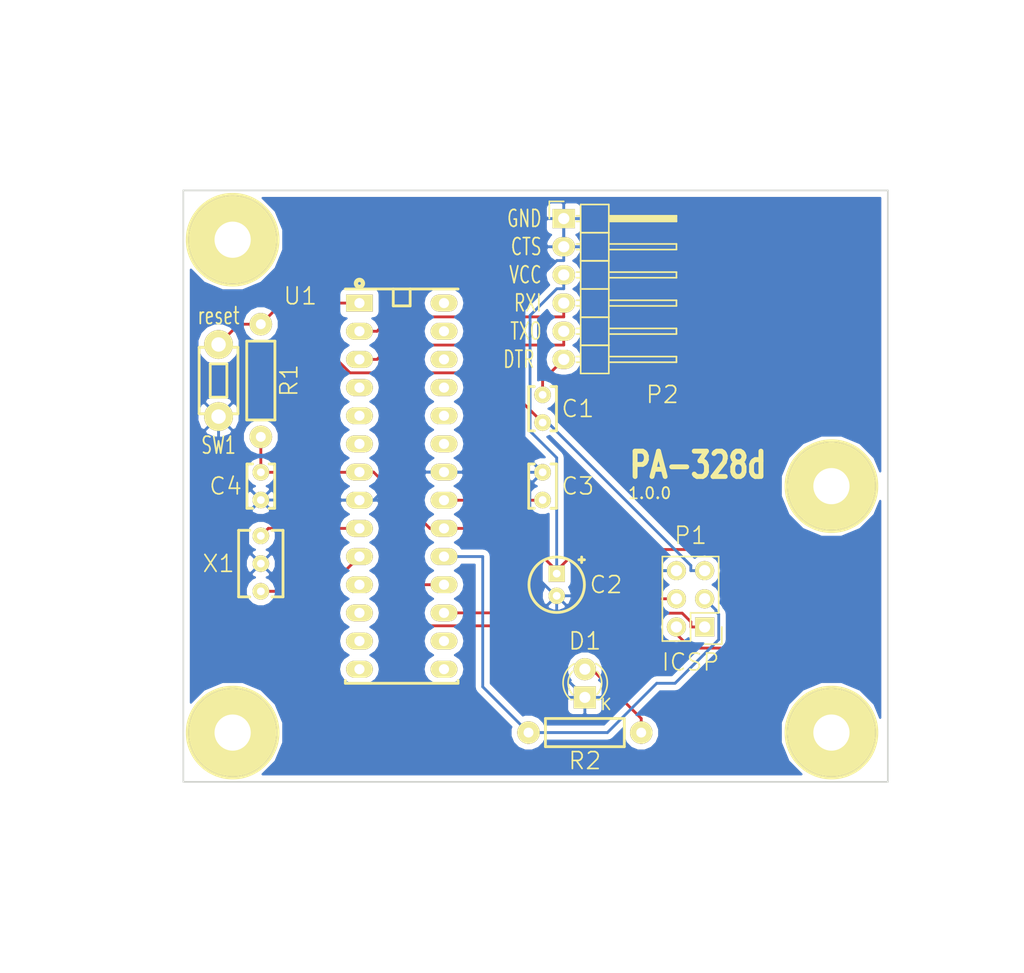
<source format=kicad_pcb>
(kicad_pcb (version 4) (host pcbnew 4.0.7+dfsg1-1)

  (general
    (links 31)
    (no_connects 0)
    (area 86.919999 74.854999 150.570001 128.345001)
    (thickness 1.6)
    (drawings 31)
    (tracks 122)
    (zones 0)
    (modules 16)
    (nets 29)
  )

  (page USLetter)
  (title_block
    (title "Arduino programming board")
    (date 2017-01-16)
    (rev v1.0.0)
    (company "Mithat Konar")
  )

  (layers
    (0 F.Cu signal)
    (31 B.Cu signal)
    (32 B.Adhes user)
    (33 F.Adhes user)
    (34 B.Paste user)
    (35 F.Paste user)
    (36 B.SilkS user)
    (37 F.SilkS user)
    (38 B.Mask user)
    (39 F.Mask user)
    (40 Dwgs.User user)
    (41 Cmts.User user)
    (42 Eco1.User user)
    (43 Eco2.User user)
    (44 Edge.Cuts user)
    (45 Margin user)
    (46 B.CrtYd user)
    (47 F.CrtYd user)
    (48 B.Fab user)
    (49 F.Fab user)
  )

  (setup
    (last_trace_width 0.254)
    (trace_clearance 0.254)
    (zone_clearance 0.508)
    (zone_45_only no)
    (trace_min 0.254)
    (segment_width 0.2)
    (edge_width 0.15)
    (via_size 0.889)
    (via_drill 0.635)
    (via_min_size 0.889)
    (via_min_drill 0.3)
    (uvia_size 0.508)
    (uvia_drill 0.127)
    (uvias_allowed no)
    (uvia_min_size 0)
    (uvia_min_drill 0)
    (pcb_text_width 0.3)
    (pcb_text_size 1.5 1.5)
    (mod_edge_width 0.15)
    (mod_text_size 1.524 1.524)
    (mod_text_width 0.1524)
    (pad_size 1.524 1.524)
    (pad_drill 0.762)
    (pad_to_mask_clearance 0.0635)
    (aux_axis_origin 0 0)
    (visible_elements FFFFFF7F)
    (pcbplotparams
      (layerselection 0x010f0_80000001)
      (usegerberextensions false)
      (excludeedgelayer true)
      (linewidth 0.100000)
      (plotframeref false)
      (viasonmask false)
      (mode 1)
      (useauxorigin false)
      (hpglpennumber 1)
      (hpglpenspeed 20)
      (hpglpendiameter 15)
      (hpglpenoverlay 2)
      (psnegative false)
      (psa4output false)
      (plotreference true)
      (plotvalue true)
      (plotinvisibletext false)
      (padsonsilk false)
      (subtractmaskfromsilk false)
      (outputformat 1)
      (mirror false)
      (drillshape 0)
      (scaleselection 1)
      (outputdirectory Gerber/))
  )

  (net 0 "")
  (net 1 /DTR)
  (net 2 /RST)
  (net 3 /V_VCC)
  (net 4 GNDD)
  (net 5 "Net-(C3-Pad1)")
  (net 6 "Net-(D1-Pad2)")
  (net 7 /MISO)
  (net 8 /SCK)
  (net 9 /MOSI)
  (net 10 /RXI)
  (net 11 /TX0)
  (net 12 "Net-(U1-Pad12)")
  (net 13 "Net-(U1-Pad11)")
  (net 14 "Net-(U1-Pad10)")
  (net 15 "Net-(U1-Pad9)")
  (net 16 "Net-(U1-Pad13)")
  (net 17 "Net-(U1-Pad14)")
  (net 18 "Net-(U1-Pad27)")
  (net 19 "Net-(U1-Pad28)")
  (net 20 "Net-(U1-Pad4)")
  (net 21 "Net-(U1-Pad6)")
  (net 22 "Net-(U1-Pad5)")
  (net 23 "Net-(U1-Pad26)")
  (net 24 "Net-(U1-Pad25)")
  (net 25 "Net-(U1-Pad15)")
  (net 26 "Net-(U1-Pad16)")
  (net 27 "Net-(U1-Pad23)")
  (net 28 "Net-(U1-Pad24)")

  (net_class Default "This is the default net class."
    (clearance 0.254)
    (trace_width 0.254)
    (via_dia 0.889)
    (via_drill 0.635)
    (uvia_dia 0.508)
    (uvia_drill 0.127)
    (add_net /DTR)
    (add_net /MISO)
    (add_net /MOSI)
    (add_net /RST)
    (add_net /RXI)
    (add_net /SCK)
    (add_net /TX0)
    (add_net /V_VCC)
    (add_net GNDD)
    (add_net "Net-(C3-Pad1)")
    (add_net "Net-(D1-Pad2)")
    (add_net "Net-(U1-Pad10)")
    (add_net "Net-(U1-Pad11)")
    (add_net "Net-(U1-Pad12)")
    (add_net "Net-(U1-Pad13)")
    (add_net "Net-(U1-Pad14)")
    (add_net "Net-(U1-Pad15)")
    (add_net "Net-(U1-Pad16)")
    (add_net "Net-(U1-Pad23)")
    (add_net "Net-(U1-Pad24)")
    (add_net "Net-(U1-Pad25)")
    (add_net "Net-(U1-Pad26)")
    (add_net "Net-(U1-Pad27)")
    (add_net "Net-(U1-Pad28)")
    (add_net "Net-(U1-Pad4)")
    (add_net "Net-(U1-Pad5)")
    (add_net "Net-(U1-Pad6)")
    (add_net "Net-(U1-Pad9)")
  )

  (module mfk-capacitor:C_4.0_2.5_2.5_0.5 (layer F.Cu) (tedit 586BD518) (tstamp 586F0D71)
    (at 119.38 94.615 270)
    (descr "Non-polar capacitor, 4.0x2.5mm, 2.5mm space, 0.5mm lead")
    (tags "capacitor non-polar bipolar")
    (path /586BB0D7)
    (fp_text reference C1 (at 0 -3.175 360) (layer F.SilkS)
      (effects (font (thickness 0.1524)))
    )
    (fp_text value 0.1u (at 0 0 270) (layer F.SilkS) hide
      (effects (font (thickness 0.1524)))
    )
    (fp_line (start -1.99898 -1.24968) (end -1.99898 -0.7493) (layer F.SilkS) (width 0.254))
    (fp_line (start 1.99898 -1.24968) (end 1.99898 -0.7493) (layer F.SilkS) (width 0.254))
    (fp_line (start -1.99898 1.24968) (end -1.99898 0.7493) (layer F.SilkS) (width 0.254))
    (fp_line (start 1.99898 1.24968) (end 1.99898 0.7493) (layer F.SilkS) (width 0.254))
    (fp_line (start -1.99898 -1.24968) (end 1.99898 -1.24968) (layer F.SilkS) (width 0.254))
    (fp_line (start 1.99898 1.24968) (end -1.99898 1.24968) (layer F.SilkS) (width 0.254))
    (pad 1 thru_hole circle (at -1.24968 0 270) (size 1.50114 1.50114) (drill 0.70104) (layers *.Cu *.Mask F.SilkS)
      (net 1 /DTR))
    (pad 2 thru_hole circle (at 1.24968 0 270) (size 1.50114 1.50114) (drill 0.70104) (layers *.Cu *.Mask F.SilkS)
      (net 2 /RST))
  )

  (module mfk-capacitor:CRP_5.0_2.0_0.5 (layer F.Cu) (tedit 586BD56E) (tstamp 586F0D7A)
    (at 120.65 110.49 270)
    (descr "Radial polarized capacitor, 5.0mm dia., 2.50mm space, 0.5mm lead")
    (tags "capacitor radial polarized")
    (path /586BC14D)
    (fp_text reference C2 (at 0 -4.445 360) (layer F.SilkS)
      (effects (font (thickness 0.1524)))
    )
    (fp_text value 47u (at 0 1.99898 270) (layer F.SilkS) hide
      (effects (font (thickness 0.1524)))
    )
    (fp_circle (center 0 0) (end 2.5 0) (layer F.SilkS) (width 0.254))
    (fp_line (start -2.49936 -2.24936) (end -1.99898 -2.24936) (layer F.SilkS) (width 0.254))
    (fp_line (start -2.25044 -2.50082) (end -2.25044 -2.00044) (layer F.SilkS) (width 0.254))
    (pad 1 thru_hole rect (at -1 0 270) (size 1.48 1.48) (drill 0.70104) (layers *.Cu *.Mask F.SilkS)
      (net 3 /V_VCC))
    (pad 2 thru_hole circle (at 1 0 270) (size 1.48 1.48) (drill 0.70104) (layers *.Cu *.Mask F.SilkS)
      (net 4 GNDD))
  )

  (module mfk-capacitor:C_4.0_2.5_2.5_0.5 (layer F.Cu) (tedit 586BD4DA) (tstamp 586F0D86)
    (at 119.38 101.6 90)
    (descr "Non-polar capacitor, 4.0x2.5mm, 2.5mm space, 0.5mm lead")
    (tags "capacitor non-polar bipolar")
    (path /586BB0BF)
    (fp_text reference C3 (at 0 3.175 180) (layer F.SilkS)
      (effects (font (thickness 0.1524)))
    )
    (fp_text value 0.1u (at 0 0 90) (layer F.SilkS) hide
      (effects (font (thickness 0.1524)))
    )
    (fp_line (start -1.99898 -1.24968) (end -1.99898 -0.7493) (layer F.SilkS) (width 0.254))
    (fp_line (start 1.99898 -1.24968) (end 1.99898 -0.7493) (layer F.SilkS) (width 0.254))
    (fp_line (start -1.99898 1.24968) (end -1.99898 0.7493) (layer F.SilkS) (width 0.254))
    (fp_line (start 1.99898 1.24968) (end 1.99898 0.7493) (layer F.SilkS) (width 0.254))
    (fp_line (start -1.99898 -1.24968) (end 1.99898 -1.24968) (layer F.SilkS) (width 0.254))
    (fp_line (start 1.99898 1.24968) (end -1.99898 1.24968) (layer F.SilkS) (width 0.254))
    (pad 1 thru_hole circle (at -1.24968 0 90) (size 1.50114 1.50114) (drill 0.70104) (layers *.Cu *.Mask F.SilkS)
      (net 5 "Net-(C3-Pad1)"))
    (pad 2 thru_hole circle (at 1.24968 0 90) (size 1.50114 1.50114) (drill 0.70104) (layers *.Cu *.Mask F.SilkS)
      (net 4 GNDD))
  )

  (module mfk-capacitor:C_4.0_2.5_2.5_0.5 (layer F.Cu) (tedit 586BD555) (tstamp 586F0D92)
    (at 93.98 101.6 270)
    (descr "Non-polar capacitor, 4.0x2.5mm, 2.5mm space, 0.5mm lead")
    (tags "capacitor non-polar bipolar")
    (path /586BB0C7)
    (fp_text reference C4 (at 0 3.175 360) (layer F.SilkS)
      (effects (font (thickness 0.1524)))
    )
    (fp_text value 0.1u (at 0 0 270) (layer F.SilkS) hide
      (effects (font (thickness 0.1524)))
    )
    (fp_line (start -1.99898 -1.24968) (end -1.99898 -0.7493) (layer F.SilkS) (width 0.254))
    (fp_line (start 1.99898 -1.24968) (end 1.99898 -0.7493) (layer F.SilkS) (width 0.254))
    (fp_line (start -1.99898 1.24968) (end -1.99898 0.7493) (layer F.SilkS) (width 0.254))
    (fp_line (start 1.99898 1.24968) (end 1.99898 0.7493) (layer F.SilkS) (width 0.254))
    (fp_line (start -1.99898 -1.24968) (end 1.99898 -1.24968) (layer F.SilkS) (width 0.254))
    (fp_line (start 1.99898 1.24968) (end -1.99898 1.24968) (layer F.SilkS) (width 0.254))
    (pad 1 thru_hole circle (at -1.24968 0 270) (size 1.50114 1.50114) (drill 0.70104) (layers *.Cu *.Mask F.SilkS)
      (net 3 /V_VCC))
    (pad 2 thru_hole circle (at 1.24968 0 270) (size 1.50114 1.50114) (drill 0.70104) (layers *.Cu *.Mask F.SilkS)
      (net 4 GNDD))
  )

  (module LEDs:LED-3MM (layer F.Cu) (tedit 586BD6B1) (tstamp 586F0DA3)
    (at 123.19 120.65 90)
    (descr "LED 3mm round vertical")
    (tags "LED  3mm round vertical")
    (path /587D678B)
    (fp_text reference D1 (at 5.08 0 180) (layer F.SilkS)
      (effects (font (thickness 0.1524)))
    )
    (fp_text value LED (at 1.3 -2.9 90) (layer F.Fab)
      (effects (font (size 1 1) (thickness 0.15)))
    )
    (fp_line (start -1.2 2.3) (end 3.8 2.3) (layer F.CrtYd) (width 0.05))
    (fp_line (start 3.8 2.3) (end 3.8 -2.2) (layer F.CrtYd) (width 0.05))
    (fp_line (start 3.8 -2.2) (end -1.2 -2.2) (layer F.CrtYd) (width 0.05))
    (fp_line (start -1.2 -2.2) (end -1.2 2.3) (layer F.CrtYd) (width 0.05))
    (fp_line (start -0.199 1.314) (end -0.199 1.114) (layer F.SilkS) (width 0.15))
    (fp_line (start -0.199 -1.28) (end -0.199 -1.1) (layer F.SilkS) (width 0.15))
    (fp_arc (start 1.301 0.034) (end -0.199 -1.286) (angle 108.5) (layer F.SilkS) (width 0.15))
    (fp_arc (start 1.301 0.034) (end 0.25 -1.1) (angle 85.7) (layer F.SilkS) (width 0.15))
    (fp_arc (start 1.311 0.034) (end 3.051 0.994) (angle 110) (layer F.SilkS) (width 0.15))
    (fp_arc (start 1.301 0.034) (end 2.335 1.094) (angle 87.5) (layer F.SilkS) (width 0.15))
    (fp_text user K (at -0.635 1.905 180) (layer F.SilkS)
      (effects (font (size 1 1) (thickness 0.15)))
    )
    (pad 1 thru_hole rect (at 0 0 180) (size 2 2) (drill 1.00076) (layers *.Cu *.Mask F.SilkS)
      (net 4 GNDD))
    (pad 2 thru_hole circle (at 2.54 0 90) (size 2 2) (drill 1.00076) (layers *.Cu *.Mask F.SilkS)
      (net 6 "Net-(D1-Pad2)"))
    (model LEDs.3dshapes/LED-3MM.wrl
      (at (xyz 0.05 0 0))
      (scale (xyz 1 1 1))
      (rotate (xyz 0 0 90))
    )
  )

  (module Pin_Headers:Pin_Header_Straight_2x03 (layer F.Cu) (tedit 586C1711) (tstamp 586F0DBA)
    (at 133.985 114.3 180)
    (descr "Through hole pin header")
    (tags "pin header")
    (path /586BB575)
    (fp_text reference P1 (at 1.27 8.255 180) (layer F.SilkS)
      (effects (font (thickness 0.1524)))
    )
    (fp_text value ICSP (at 1.27 -3.175 180) (layer F.SilkS)
      (effects (font (thickness 0.1524)))
    )
    (fp_line (start -1.27 1.27) (end -1.27 6.35) (layer F.SilkS) (width 0.15))
    (fp_line (start -1.55 -1.55) (end 0 -1.55) (layer F.SilkS) (width 0.15))
    (fp_line (start -1.75 -1.75) (end -1.75 6.85) (layer F.CrtYd) (width 0.05))
    (fp_line (start 4.3 -1.75) (end 4.3 6.85) (layer F.CrtYd) (width 0.05))
    (fp_line (start -1.75 -1.75) (end 4.3 -1.75) (layer F.CrtYd) (width 0.05))
    (fp_line (start -1.75 6.85) (end 4.3 6.85) (layer F.CrtYd) (width 0.05))
    (fp_line (start 1.27 -1.27) (end 1.27 1.27) (layer F.SilkS) (width 0.15))
    (fp_line (start 1.27 1.27) (end -1.27 1.27) (layer F.SilkS) (width 0.15))
    (fp_line (start -1.27 6.35) (end 3.81 6.35) (layer F.SilkS) (width 0.15))
    (fp_line (start 3.81 6.35) (end 3.81 1.27) (layer F.SilkS) (width 0.15))
    (fp_line (start -1.55 -1.55) (end -1.55 0) (layer F.SilkS) (width 0.15))
    (fp_line (start 3.81 -1.27) (end 1.27 -1.27) (layer F.SilkS) (width 0.15))
    (fp_line (start 3.81 1.27) (end 3.81 -1.27) (layer F.SilkS) (width 0.15))
    (pad 1 thru_hole rect (at 0 0 180) (size 1.7272 1.7272) (drill 1.016) (layers *.Cu *.Mask F.SilkS)
      (net 7 /MISO))
    (pad 2 thru_hole oval (at 2.54 0 180) (size 1.7272 1.7272) (drill 1.016) (layers *.Cu *.Mask F.SilkS)
      (net 3 /V_VCC))
    (pad 3 thru_hole oval (at 0 2.54 180) (size 1.7272 1.7272) (drill 1.016) (layers *.Cu *.Mask F.SilkS)
      (net 8 /SCK))
    (pad 4 thru_hole oval (at 2.54 2.54 180) (size 1.7272 1.7272) (drill 1.016) (layers *.Cu *.Mask F.SilkS)
      (net 9 /MOSI))
    (pad 5 thru_hole oval (at 0 5.08 180) (size 1.7272 1.7272) (drill 1.016) (layers *.Cu *.Mask F.SilkS)
      (net 2 /RST))
    (pad 6 thru_hole oval (at 2.54 5.08 180) (size 1.7272 1.7272) (drill 1.016) (layers *.Cu *.Mask F.SilkS)
      (net 4 GNDD))
    (model Pin_Headers.3dshapes/Pin_Header_Straight_2x03.wrl
      (at (xyz 0.05 -0.1 0))
      (scale (xyz 1 1 1))
      (rotate (xyz 0 0 90))
    )
  )

  (module Pin_Headers:Pin_Header_Angled_1x06 (layer F.Cu) (tedit 587D95DB) (tstamp 586F0E05)
    (at 121.285 77.47)
    (descr "Through hole pin header")
    (tags "pin header")
    (path /586BB15A)
    (fp_text reference P2 (at 8.89 15.875) (layer F.SilkS)
      (effects (font (thickness 0.1524)))
    )
    (fp_text value "FTDI Basic" (at 0 -3.1) (layer F.Fab) hide
      (effects (font (size 1 1) (thickness 0.15)))
    )
    (fp_line (start -1.5 -1.75) (end -1.5 14.45) (layer F.CrtYd) (width 0.05))
    (fp_line (start 10.65 -1.75) (end 10.65 14.45) (layer F.CrtYd) (width 0.05))
    (fp_line (start -1.5 -1.75) (end 10.65 -1.75) (layer F.CrtYd) (width 0.05))
    (fp_line (start -1.5 14.45) (end 10.65 14.45) (layer F.CrtYd) (width 0.05))
    (fp_line (start -1.3 -1.55) (end -1.3 0) (layer F.SilkS) (width 0.15))
    (fp_line (start 0 -1.55) (end -1.3 -1.55) (layer F.SilkS) (width 0.15))
    (fp_line (start 4.191 -0.127) (end 10.033 -0.127) (layer F.SilkS) (width 0.15))
    (fp_line (start 10.033 -0.127) (end 10.033 0.127) (layer F.SilkS) (width 0.15))
    (fp_line (start 10.033 0.127) (end 4.191 0.127) (layer F.SilkS) (width 0.15))
    (fp_line (start 4.191 0.127) (end 4.191 0) (layer F.SilkS) (width 0.15))
    (fp_line (start 4.191 0) (end 10.033 0) (layer F.SilkS) (width 0.15))
    (fp_line (start 1.524 -0.254) (end 1.143 -0.254) (layer F.SilkS) (width 0.15))
    (fp_line (start 1.524 0.254) (end 1.143 0.254) (layer F.SilkS) (width 0.15))
    (fp_line (start 1.524 2.286) (end 1.143 2.286) (layer F.SilkS) (width 0.15))
    (fp_line (start 1.524 2.794) (end 1.143 2.794) (layer F.SilkS) (width 0.15))
    (fp_line (start 1.524 4.826) (end 1.143 4.826) (layer F.SilkS) (width 0.15))
    (fp_line (start 1.524 5.334) (end 1.143 5.334) (layer F.SilkS) (width 0.15))
    (fp_line (start 1.524 12.954) (end 1.143 12.954) (layer F.SilkS) (width 0.15))
    (fp_line (start 1.524 12.446) (end 1.143 12.446) (layer F.SilkS) (width 0.15))
    (fp_line (start 1.524 10.414) (end 1.143 10.414) (layer F.SilkS) (width 0.15))
    (fp_line (start 1.524 9.906) (end 1.143 9.906) (layer F.SilkS) (width 0.15))
    (fp_line (start 1.524 7.874) (end 1.143 7.874) (layer F.SilkS) (width 0.15))
    (fp_line (start 1.524 7.366) (end 1.143 7.366) (layer F.SilkS) (width 0.15))
    (fp_line (start 1.524 -1.27) (end 4.064 -1.27) (layer F.SilkS) (width 0.15))
    (fp_line (start 1.524 1.27) (end 4.064 1.27) (layer F.SilkS) (width 0.15))
    (fp_line (start 1.524 1.27) (end 1.524 3.81) (layer F.SilkS) (width 0.15))
    (fp_line (start 1.524 3.81) (end 4.064 3.81) (layer F.SilkS) (width 0.15))
    (fp_line (start 4.064 2.286) (end 10.16 2.286) (layer F.SilkS) (width 0.15))
    (fp_line (start 10.16 2.286) (end 10.16 2.794) (layer F.SilkS) (width 0.15))
    (fp_line (start 10.16 2.794) (end 4.064 2.794) (layer F.SilkS) (width 0.15))
    (fp_line (start 4.064 3.81) (end 4.064 1.27) (layer F.SilkS) (width 0.15))
    (fp_line (start 4.064 1.27) (end 4.064 -1.27) (layer F.SilkS) (width 0.15))
    (fp_line (start 10.16 0.254) (end 4.064 0.254) (layer F.SilkS) (width 0.15))
    (fp_line (start 10.16 -0.254) (end 10.16 0.254) (layer F.SilkS) (width 0.15))
    (fp_line (start 4.064 -0.254) (end 10.16 -0.254) (layer F.SilkS) (width 0.15))
    (fp_line (start 1.524 1.27) (end 4.064 1.27) (layer F.SilkS) (width 0.15))
    (fp_line (start 1.524 -1.27) (end 1.524 1.27) (layer F.SilkS) (width 0.15))
    (fp_line (start 1.524 8.89) (end 4.064 8.89) (layer F.SilkS) (width 0.15))
    (fp_line (start 1.524 8.89) (end 1.524 11.43) (layer F.SilkS) (width 0.15))
    (fp_line (start 1.524 11.43) (end 4.064 11.43) (layer F.SilkS) (width 0.15))
    (fp_line (start 4.064 9.906) (end 10.16 9.906) (layer F.SilkS) (width 0.15))
    (fp_line (start 10.16 9.906) (end 10.16 10.414) (layer F.SilkS) (width 0.15))
    (fp_line (start 10.16 10.414) (end 4.064 10.414) (layer F.SilkS) (width 0.15))
    (fp_line (start 4.064 11.43) (end 4.064 8.89) (layer F.SilkS) (width 0.15))
    (fp_line (start 4.064 13.97) (end 4.064 11.43) (layer F.SilkS) (width 0.15))
    (fp_line (start 10.16 12.954) (end 4.064 12.954) (layer F.SilkS) (width 0.15))
    (fp_line (start 10.16 12.446) (end 10.16 12.954) (layer F.SilkS) (width 0.15))
    (fp_line (start 4.064 12.446) (end 10.16 12.446) (layer F.SilkS) (width 0.15))
    (fp_line (start 1.524 13.97) (end 4.064 13.97) (layer F.SilkS) (width 0.15))
    (fp_line (start 1.524 11.43) (end 1.524 13.97) (layer F.SilkS) (width 0.15))
    (fp_line (start 1.524 11.43) (end 4.064 11.43) (layer F.SilkS) (width 0.15))
    (fp_line (start 1.524 6.35) (end 4.064 6.35) (layer F.SilkS) (width 0.15))
    (fp_line (start 1.524 6.35) (end 1.524 8.89) (layer F.SilkS) (width 0.15))
    (fp_line (start 1.524 8.89) (end 4.064 8.89) (layer F.SilkS) (width 0.15))
    (fp_line (start 4.064 7.366) (end 10.16 7.366) (layer F.SilkS) (width 0.15))
    (fp_line (start 10.16 7.366) (end 10.16 7.874) (layer F.SilkS) (width 0.15))
    (fp_line (start 10.16 7.874) (end 4.064 7.874) (layer F.SilkS) (width 0.15))
    (fp_line (start 4.064 8.89) (end 4.064 6.35) (layer F.SilkS) (width 0.15))
    (fp_line (start 4.064 6.35) (end 4.064 3.81) (layer F.SilkS) (width 0.15))
    (fp_line (start 10.16 5.334) (end 4.064 5.334) (layer F.SilkS) (width 0.15))
    (fp_line (start 10.16 4.826) (end 10.16 5.334) (layer F.SilkS) (width 0.15))
    (fp_line (start 4.064 4.826) (end 10.16 4.826) (layer F.SilkS) (width 0.15))
    (fp_line (start 1.524 6.35) (end 4.064 6.35) (layer F.SilkS) (width 0.15))
    (fp_line (start 1.524 3.81) (end 1.524 6.35) (layer F.SilkS) (width 0.15))
    (fp_line (start 1.524 3.81) (end 4.064 3.81) (layer F.SilkS) (width 0.15))
    (pad 1 thru_hole rect (at 0 0) (size 2.032 1.7272) (drill 1.016) (layers *.Cu *.Mask F.SilkS)
      (net 4 GNDD))
    (pad 2 thru_hole oval (at 0 2.54) (size 2.032 1.7272) (drill 1.016) (layers *.Cu *.Mask F.SilkS)
      (net 4 GNDD))
    (pad 3 thru_hole oval (at 0 5.08) (size 2.032 1.7272) (drill 1.016) (layers *.Cu *.Mask F.SilkS)
      (net 3 /V_VCC))
    (pad 4 thru_hole oval (at 0 7.62) (size 2.032 1.7272) (drill 1.016) (layers *.Cu *.Mask F.SilkS)
      (net 10 /RXI))
    (pad 5 thru_hole oval (at 0 10.16) (size 2.032 1.7272) (drill 1.016) (layers *.Cu *.Mask F.SilkS)
      (net 11 /TX0))
    (pad 6 thru_hole oval (at 0 12.7) (size 2.032 1.7272) (drill 1.016) (layers *.Cu *.Mask F.SilkS)
      (net 1 /DTR))
    (model Pin_Headers.3dshapes/Pin_Header_Angled_1x06.wrl
      (at (xyz 0 -0.25 0))
      (scale (xyz 1 1 1))
      (rotate (xyz 0 0 90))
    )
  )

  (module mfk-resistor:R_0.25W_RN55_largepads (layer F.Cu) (tedit 586BD475) (tstamp 586F0E0F)
    (at 93.98 92.075 90)
    (descr "0.25 W resistor (THB7251::RN55)")
    (tags "0.25W resistor RN55")
    (path /586BB0CF)
    (fp_text reference R1 (at 0 2.54 90) (layer F.SilkS)
      (effects (font (thickness 0.1524)))
    )
    (fp_text value 10K (at 0 0 90) (layer F.SilkS) hide
      (effects (font (thickness 0.1524)))
    )
    (fp_line (start -3.556 -1.27) (end 3.556 -1.27) (layer F.SilkS) (width 0.254))
    (fp_line (start 3.556 -1.27) (end 3.556 1.27) (layer F.SilkS) (width 0.254))
    (fp_line (start 3.556 1.27) (end -3.556 1.27) (layer F.SilkS) (width 0.254))
    (fp_line (start -3.556 1.27) (end -3.556 -1.27) (layer F.SilkS) (width 0.254))
    (pad 1 thru_hole circle (at -5.08 0 90) (size 2.032 2.032) (drill 0.889) (layers *.Cu *.Mask F.SilkS)
      (net 3 /V_VCC))
    (pad 2 thru_hole circle (at 5.08 0 90) (size 2.032 2.032) (drill 0.889) (layers *.Cu *.Mask F.SilkS)
      (net 2 /RST))
  )

  (module mfk-resistor:R_0.25W_RN55_largepads (layer F.Cu) (tedit 586BC370) (tstamp 586F0E19)
    (at 123.19 123.825 180)
    (descr "0.25 W resistor (THB7251::RN55)")
    (tags "0.25W resistor RN55")
    (path /586BCAF8)
    (fp_text reference R2 (at 0 -2.54 180) (layer F.SilkS)
      (effects (font (thickness 0.1524)))
    )
    (fp_text value 470 (at 0 0 180) (layer F.SilkS) hide
      (effects (font (thickness 0.1524)))
    )
    (fp_line (start -3.556 -1.27) (end 3.556 -1.27) (layer F.SilkS) (width 0.254))
    (fp_line (start 3.556 -1.27) (end 3.556 1.27) (layer F.SilkS) (width 0.254))
    (fp_line (start 3.556 1.27) (end -3.556 1.27) (layer F.SilkS) (width 0.254))
    (fp_line (start -3.556 1.27) (end -3.556 -1.27) (layer F.SilkS) (width 0.254))
    (pad 1 thru_hole circle (at -5.08 0 180) (size 2.032 2.032) (drill 0.889) (layers *.Cu *.Mask F.SilkS)
      (net 6 "Net-(D1-Pad2)"))
    (pad 2 thru_hole circle (at 5.08 0 180) (size 2.032 2.032) (drill 0.889) (layers *.Cu *.Mask F.SilkS)
      (net 8 /SCK))
  )

  (module mfk-misc:SW_PUSH_6x3.5mm (layer F.Cu) (tedit 586C0DAD) (tstamp 586F0E27)
    (at 90.17 92.075 90)
    (path /586BB19F)
    (fp_text reference SW1 (at -5.842 0 180) (layer F.SilkS)
      (effects (font (size 1.524 1.016) (thickness 0.1524)))
    )
    (fp_text value reset (at 5.842 0 180) (layer F.SilkS)
      (effects (font (size 1.524 1.016) (thickness 0.1524)))
    )
    (fp_line (start -1.5 -0.75) (end 1.5 -0.75) (layer F.SilkS) (width 0.254))
    (fp_line (start 1.5 -0.75) (end 1.5 0.75) (layer F.SilkS) (width 0.254))
    (fp_line (start 1.5 0.75) (end -1.5 0.75) (layer F.SilkS) (width 0.254))
    (fp_line (start -1.5 0.75) (end -1.5 -0.75) (layer F.SilkS) (width 0.254))
    (fp_line (start -3 -1.75) (end 3 -1.75) (layer F.SilkS) (width 0.254))
    (fp_line (start 3 -1.75) (end 3 1.75) (layer F.SilkS) (width 0.254))
    (fp_line (start 3 1.75) (end -3 1.75) (layer F.SilkS) (width 0.254))
    (fp_line (start -3 1.75) (end -3 -1.75) (layer F.SilkS) (width 0.254))
    (pad 2 thru_hole circle (at 3.25 0 90) (size 2.6 2.6) (drill 1.3) (layers *.Cu *.Mask F.SilkS)
      (net 2 /RST))
    (pad 1 thru_hole circle (at -3.25 0 90) (size 2.6 2.6) (drill 1.3) (layers *.Cu *.Mask F.SilkS)
      (net 4 GNDD))
  )

  (module mfk-dip:DIP-28_300 (layer F.Cu) (tedit 586BD583) (tstamp 586F0E47)
    (at 106.68 101.6)
    (descr "28-pin DIP socket, 0.1\" pitch, 0.3\" spacing (TE 1-2199298-9), elliptical pads")
    (tags "DIP DIL")
    (path /586BB152)
    (fp_text reference U1 (at -9.144 -17.145) (layer F.SilkS)
      (effects (font (thickness 0.1524)))
    )
    (fp_text value ATMEGA328P-PU (at 0 0) (layer F.SilkS) hide
      (effects (font (thickness 0.1524)))
    )
    (fp_line (start -5.08 17.78) (end -5.08 17.526) (layer F.SilkS) (width 0.254))
    (fp_line (start 5.08 17.78) (end 5.08 17.526) (layer F.SilkS) (width 0.254))
    (fp_line (start -0.762 -17.78) (end -0.762 -16.256) (layer F.SilkS) (width 0.254))
    (fp_line (start -0.762 -16.256) (end 0.762 -16.256) (layer F.SilkS) (width 0.254))
    (fp_line (start 0.762 -16.256) (end 0.762 -17.78) (layer F.SilkS) (width 0.254))
    (fp_circle (center -3.81 -18.288) (end -3.81 -18.415) (layer F.SilkS) (width 0.381))
    (fp_line (start -5.08 -17.78) (end 5.08 -17.78) (layer F.SilkS) (width 0.254))
    (fp_line (start 5.08 17.78) (end -5.08 17.78) (layer F.SilkS) (width 0.254))
    (pad 12 thru_hole oval (at -3.81 11.43) (size 2.413 1.524) (drill 0.9144) (layers *.Cu *.Mask F.SilkS)
      (net 12 "Net-(U1-Pad12)"))
    (pad 11 thru_hole oval (at -3.81 8.89) (size 2.413 1.524) (drill 0.9144) (layers *.Cu *.Mask F.SilkS)
      (net 13 "Net-(U1-Pad11)"))
    (pad 10 thru_hole oval (at -3.81 6.35) (size 2.413 1.524) (drill 0.9144) (layers *.Cu *.Mask F.SilkS)
      (net 14 "Net-(U1-Pad10)"))
    (pad 9 thru_hole oval (at -3.81 3.81) (size 2.413 1.524) (drill 0.9144) (layers *.Cu *.Mask F.SilkS)
      (net 15 "Net-(U1-Pad9)"))
    (pad 13 thru_hole oval (at -3.81 13.97) (size 2.413 1.524) (drill 0.9144) (layers *.Cu *.Mask F.SilkS)
      (net 16 "Net-(U1-Pad13)"))
    (pad 14 thru_hole oval (at -3.81 16.51) (size 2.413 1.524) (drill 0.9144) (layers *.Cu *.Mask F.SilkS)
      (net 17 "Net-(U1-Pad14)"))
    (pad 27 thru_hole oval (at 3.81 -13.97) (size 2.413 1.524) (drill 0.9144) (layers *.Cu *.Mask F.SilkS)
      (net 18 "Net-(U1-Pad27)"))
    (pad 28 thru_hole oval (at 3.81 -16.51) (size 2.413 1.524) (drill 0.9144) (layers *.Cu *.Mask F.SilkS)
      (net 19 "Net-(U1-Pad28)"))
    (pad 1 thru_hole rect (at -3.81 -16.51) (size 2.413 1.524) (drill 0.9144) (layers *.Cu *.Mask F.SilkS)
      (net 2 /RST))
    (pad 2 thru_hole oval (at -3.81 -13.97) (size 2.413 1.524) (drill 0.9144) (layers *.Cu *.Mask F.SilkS)
      (net 10 /RXI))
    (pad 3 thru_hole oval (at -3.81 -11.43) (size 2.413 1.524) (drill 0.9144) (layers *.Cu *.Mask F.SilkS)
      (net 11 /TX0))
    (pad 4 thru_hole oval (at -3.81 -8.89) (size 2.413 1.524) (drill 0.9144) (layers *.Cu *.Mask F.SilkS)
      (net 20 "Net-(U1-Pad4)"))
    (pad 8 thru_hole oval (at -3.81 1.27) (size 2.413 1.524) (drill 0.9144) (layers *.Cu *.Mask F.SilkS)
      (net 4 GNDD))
    (pad 7 thru_hole oval (at -3.81 -1.27) (size 2.413 1.524) (drill 0.9144) (layers *.Cu *.Mask F.SilkS)
      (net 3 /V_VCC))
    (pad 6 thru_hole oval (at -3.81 -3.81) (size 2.413 1.524) (drill 0.9144) (layers *.Cu *.Mask F.SilkS)
      (net 21 "Net-(U1-Pad6)"))
    (pad 5 thru_hole oval (at -3.81 -6.35) (size 2.413 1.524) (drill 0.9144) (layers *.Cu *.Mask F.SilkS)
      (net 22 "Net-(U1-Pad5)"))
    (pad 26 thru_hole oval (at 3.81 -11.43) (size 2.413 1.524) (drill 0.9144) (layers *.Cu *.Mask F.SilkS)
      (net 23 "Net-(U1-Pad26)"))
    (pad 25 thru_hole oval (at 3.81 -8.89) (size 2.413 1.524) (drill 0.9144) (layers *.Cu *.Mask F.SilkS)
      (net 24 "Net-(U1-Pad25)"))
    (pad 15 thru_hole oval (at 3.81 16.51) (size 2.413 1.524) (drill 0.9144) (layers *.Cu *.Mask F.SilkS)
      (net 25 "Net-(U1-Pad15)"))
    (pad 16 thru_hole oval (at 3.81 13.97) (size 2.413 1.524) (drill 0.9144) (layers *.Cu *.Mask F.SilkS)
      (net 26 "Net-(U1-Pad16)"))
    (pad 17 thru_hole oval (at 3.81 11.43) (size 2.413 1.524) (drill 0.9144) (layers *.Cu *.Mask F.SilkS)
      (net 9 /MOSI))
    (pad 18 thru_hole oval (at 3.81 8.89) (size 2.413 1.524) (drill 0.9144) (layers *.Cu *.Mask F.SilkS)
      (net 7 /MISO))
    (pad 19 thru_hole oval (at 3.81 6.35) (size 2.413 1.524) (drill 0.9144) (layers *.Cu *.Mask F.SilkS)
      (net 8 /SCK))
    (pad 20 thru_hole oval (at 3.81 3.81) (size 2.413 1.524) (drill 0.9144) (layers *.Cu *.Mask F.SilkS)
      (net 3 /V_VCC))
    (pad 21 thru_hole oval (at 3.81 1.27) (size 2.413 1.524) (drill 0.9144) (layers *.Cu *.Mask F.SilkS)
      (net 5 "Net-(C3-Pad1)"))
    (pad 22 thru_hole oval (at 3.81 -1.27) (size 2.413 1.524) (drill 0.9144) (layers *.Cu *.Mask F.SilkS)
      (net 4 GNDD))
    (pad 23 thru_hole oval (at 3.81 -3.81) (size 2.413 1.524) (drill 0.9144) (layers *.Cu *.Mask F.SilkS)
      (net 27 "Net-(U1-Pad23)"))
    (pad 24 thru_hole oval (at 3.81 -6.35) (size 2.413 1.524) (drill 0.9144) (layers *.Cu *.Mask F.SilkS)
      (net 28 "Net-(U1-Pad24)"))
    (model Housings_DIP.3dshapes/DIP-28_W7.62mm.wrl
      (at (xyz -0.15 0.65 0))
      (scale (xyz 1 1 1))
      (rotate (xyz 0 0 0))
    )
  )

  (module mfk-murata:CSTLS_X (layer F.Cu) (tedit 586BD55B) (tstamp 586F0E54)
    (at 93.98 108.585 90)
    (descr "Murata-CSTLS_X resonator")
    (tags resonator)
    (path /586BB12C)
    (fp_text reference X1 (at 0 -3.81 180) (layer F.SilkS)
      (effects (font (thickness 0.1524)))
    )
    (fp_text value CSTLS16M0X53-B0 (at 0 0 90) (layer F.Fab) hide
      (effects (font (thickness 0.1524)))
    )
    (fp_line (start -3 1) (end -3 2) (layer F.SilkS) (width 0.254))
    (fp_line (start -3 2) (end 3 2) (layer F.SilkS) (width 0.254))
    (fp_line (start 3 2) (end 3 1) (layer F.SilkS) (width 0.254))
    (fp_line (start -3 -2) (end -3 -1) (layer F.SilkS) (width 0.254))
    (fp_line (start -3 -2) (end 3 -2) (layer F.SilkS) (width 0.254))
    (fp_line (start 3 -2) (end 3 -1) (layer F.SilkS) (width 0.254))
    (pad 1 thru_hole circle (at -2.5 0 90) (size 1.50114 1.50114) (drill 0.70104) (layers *.Cu *.Mask F.SilkS)
      (net 14 "Net-(U1-Pad10)"))
    (pad 3 thru_hole circle (at 0 0 90) (size 1.50114 1.50114) (drill 0.70104) (layers *.Cu *.Mask F.SilkS)
      (net 4 GNDD))
    (pad 2 thru_hole circle (at 2.5 0 90) (size 1.50114 1.50114) (drill 0.70104) (layers *.Cu *.Mask F.SilkS)
      (net 15 "Net-(U1-Pad9)"))
  )

  (module mfk-mtg:MTG_4-40_free_fit (layer F.Cu) (tedit 59DD6B61) (tstamp 586F1F14)
    (at 145.415 101.6)
    (descr "#4-40 mounting hole (0.1285\" id, 0.312\" od)")
    (tags "mounting hole")
    (fp_text reference mtg2 (at 0 0) (layer F.SilkS) hide
      (effects (font (thickness 0.1524)))
    )
    (fp_text value 4-40-PTH (at 0 0) (layer F.SilkS) hide
      (effects (font (thickness 0.1524)))
    )
    (fp_circle (center 0 0) (end 4.0767 -0.4064) (layer F.SilkS) (width 0.254))
    (pad 1 thru_hole circle (at 0 0) (size 7.9248 7.9248) (drill 3.2639) (layers *.Cu *.Mask F.SilkS))
  )

  (module mfk-mtg:MTG_4-40_free_fit (layer F.Cu) (tedit 59DD6B61) (tstamp 586F1F13)
    (at 145.415 123.825)
    (descr "#4-40 mounting hole (0.1285\" id, 0.312\" od)")
    (tags "mounting hole")
    (fp_text reference mtg3 (at 0 0) (layer F.SilkS) hide
      (effects (font (thickness 0.1524)))
    )
    (fp_text value 4-40-PTH (at 0 0) (layer F.SilkS) hide
      (effects (font (thickness 0.1524)))
    )
    (fp_circle (center 0 0) (end 4.0767 -0.4064) (layer F.SilkS) (width 0.254))
    (pad 1 thru_hole circle (at 0 0) (size 7.9248 7.9248) (drill 3.2639) (layers *.Cu *.Mask F.SilkS))
  )

  (module mfk-mtg:MTG_4-40_free_fit (layer F.Cu) (tedit 59DD6B61) (tstamp 586F1F12)
    (at 91.44 123.825)
    (descr "#4-40 mounting hole (0.1285\" id, 0.312\" od)")
    (tags "mounting hole")
    (fp_text reference mtg4 (at 0 0) (layer F.SilkS) hide
      (effects (font (thickness 0.1524)))
    )
    (fp_text value 4-40-PTH (at 0 0) (layer F.SilkS) hide
      (effects (font (thickness 0.1524)))
    )
    (fp_circle (center 0 0) (end 4.0767 -0.4064) (layer F.SilkS) (width 0.254))
    (pad 1 thru_hole circle (at 0 0) (size 7.9248 7.9248) (drill 3.2639) (layers *.Cu *.Mask F.SilkS))
  )

  (module mfk-mtg:MTG_4-40_free_fit (layer F.Cu) (tedit 59DD6B61) (tstamp 586F1F11)
    (at 91.44 79.375)
    (descr "#4-40 mounting hole (0.1285\" id, 0.312\" od)")
    (tags "mounting hole")
    (fp_text reference mtg1 (at 0 0) (layer F.SilkS) hide
      (effects (font (thickness 0.1524)))
    )
    (fp_text value 4-40-PTH (at 0 0) (layer F.SilkS) hide
      (effects (font (thickness 0.1524)))
    )
    (fp_circle (center 0 0) (end 4.0767 -0.4064) (layer F.SilkS) (width 0.254))
    (pad 1 thru_hole circle (at 0 0) (size 7.9248 7.9248) (drill 3.2639) (layers *.Cu *.Mask F.SilkS))
  )

  (gr_text "Copyright (C) 2017\nMithat Konar" (at 133.35 78.74) (layer F.Cu)
    (effects (font (size 1.016 1.016) (thickness 0.254)) (justify left))
  )
  (gr_text 1.0.0 (at 127 102.235) (layer F.SilkS)
    (effects (font (size 1.016 1.016) (thickness 0.1524)) (justify left))
  )
  (gr_line (start 145.415 137.668) (end 145.415 93.726) (angle 90) (layer Eco1.User) (width 0.2))
  (dimension 53.975 (width 0.3) (layer Eco1.User)
    (gr_text "2.1250 in" (at 118.4275 138.764) (layer Eco1.User)
      (effects (font (size 1.5 1.5) (thickness 0.3)))
    )
    (feature1 (pts (xy 91.44 136.652) (xy 91.44 140.114)))
    (feature2 (pts (xy 145.415 136.652) (xy 145.415 140.114)))
    (crossbar (pts (xy 145.415 137.414) (xy 91.44 137.414)))
    (arrow1a (pts (xy 91.44 137.414) (xy 92.566504 136.827579)))
    (arrow1b (pts (xy 91.44 137.414) (xy 92.566504 138.000421)))
    (arrow2a (pts (xy 145.415 137.414) (xy 144.288496 136.827579)))
    (arrow2b (pts (xy 145.415 137.414) (xy 144.288496 138.000421)))
  )
  (dimension 21.463 (width 0.3) (layer Eco1.User)
    (gr_text "0.8450 in" (at 135.9535 69.516) (layer Eco1.User)
      (effects (font (size 1.5 1.5) (thickness 0.3)))
    )
    (feature1 (pts (xy 146.685 72.263) (xy 146.685 68.166)))
    (feature2 (pts (xy 125.222 72.263) (xy 125.222 68.166)))
    (crossbar (pts (xy 125.222 70.866) (xy 146.685 70.866)))
    (arrow1a (pts (xy 146.685 70.866) (xy 145.558496 71.452421)))
    (arrow1b (pts (xy 146.685 70.866) (xy 145.558496 70.279579)))
    (arrow2a (pts (xy 125.222 70.866) (xy 126.348504 71.452421)))
    (arrow2b (pts (xy 125.222 70.866) (xy 126.348504 70.279579)))
  )
  (gr_line (start 115.57 127) (end 97.79 127) (angle 90) (layer Margin) (width 0.2))
  (gr_line (start 115.57 76.2) (end 97.79 76.2) (angle 90) (layer Margin) (width 0.2))
  (dimension 17.78 (width 0.3) (layer Eco1.User)
    (gr_text "0.7000 in" (at 106.68 70.405) (layer Eco1.User)
      (effects (font (size 1.5 1.5) (thickness 0.3)))
    )
    (feature1 (pts (xy 115.57 73.025) (xy 115.57 69.055)))
    (feature2 (pts (xy 97.79 73.025) (xy 97.79 69.055)))
    (crossbar (pts (xy 97.79 71.755) (xy 115.57 71.755)))
    (arrow1a (pts (xy 115.57 71.755) (xy 114.443496 72.341421)))
    (arrow1b (pts (xy 115.57 71.755) (xy 114.443496 71.168579)))
    (arrow2a (pts (xy 97.79 71.755) (xy 98.916504 72.341421)))
    (arrow2b (pts (xy 97.79 71.755) (xy 98.916504 71.168579)))
  )
  (gr_text "PA-328d\n" (at 127 99.695) (layer F.SilkS)
    (effects (font (size 2.286 1.778) (thickness 0.4445)) (justify left))
  )
  (gr_line (start 86.995 74.93) (end 150.495 74.93) (angle 90) (layer Edge.Cuts) (width 0.15))
  (gr_line (start 150.495 128.27) (end 86.995 128.27) (angle 90) (layer Edge.Cuts) (width 0.15))
  (gr_line (start 160.655 74.93) (end 71.755 74.93) (angle 90) (layer Eco1.User) (width 0.2))
  (gr_line (start 150.495 74.93) (end 150.495 128.27) (angle 90) (layer Edge.Cuts) (width 0.15))
  (gr_line (start 86.995 128.27) (end 86.995 74.93) (angle 90) (layer Edge.Cuts) (width 0.15))
  (dimension 59.69 (width 0.3) (layer Eco1.User)
    (gr_text "2.3500 in" (at 116.84 59.61) (layer Eco1.User)
      (effects (font (size 1.5 1.5) (thickness 0.3)))
    )
    (feature1 (pts (xy 86.995 62.865) (xy 86.995 58.26)))
    (feature2 (pts (xy 146.685 62.865) (xy 146.685 58.26)))
    (crossbar (pts (xy 146.685 60.96) (xy 86.995 60.96)))
    (arrow1a (pts (xy 86.995 60.96) (xy 88.121504 60.373579)))
    (arrow1b (pts (xy 86.995 60.96) (xy 88.121504 61.546421)))
    (arrow2a (pts (xy 146.685 60.96) (xy 145.558496 60.373579)))
    (arrow2b (pts (xy 146.685 60.96) (xy 145.558496 61.546421)))
  )
  (dimension 22.225 (width 0.3) (layer Eco1.User)
    (gr_text "0.8750 in" (at 160.1 112.7125 90) (layer Eco1.User)
      (effects (font (size 1.5 1.5) (thickness 0.3)))
    )
    (feature1 (pts (xy 142.24 101.6) (xy 161.45 101.6)))
    (feature2 (pts (xy 142.24 123.825) (xy 161.45 123.825)))
    (crossbar (pts (xy 158.75 123.825) (xy 158.75 101.6)))
    (arrow1a (pts (xy 158.75 101.6) (xy 159.336421 102.726504)))
    (arrow1b (pts (xy 158.75 101.6) (xy 158.163579 102.726504)))
    (arrow2a (pts (xy 158.75 123.825) (xy 159.336421 122.698496)))
    (arrow2b (pts (xy 158.75 123.825) (xy 158.163579 122.698496)))
  )
  (dimension 44.45 (width 0.3) (layer Eco1.User)
    (gr_text "1.7500 in" (at 76.755 101.6 90) (layer Eco1.User)
      (effects (font (size 1.5 1.5) (thickness 0.3)))
    )
    (feature1 (pts (xy 91.44 79.375) (xy 75.405 79.375)))
    (feature2 (pts (xy 91.44 123.825) (xy 75.405 123.825)))
    (crossbar (pts (xy 78.105 123.825) (xy 78.105 79.375)))
    (arrow1a (pts (xy 78.105 79.375) (xy 78.691421 80.501504)))
    (arrow1b (pts (xy 78.105 79.375) (xy 77.518579 80.501504)))
    (arrow2a (pts (xy 78.105 123.825) (xy 78.691421 122.698496)))
    (arrow2b (pts (xy 78.105 123.825) (xy 77.518579 122.698496)))
  )
  (dimension 50.8 (width 0.3) (layer Eco1.User)
    (gr_text "2.0000 in" (at 116.84 135.335) (layer Eco1.User)
      (effects (font (size 1.5 1.5) (thickness 0.3)))
    )
    (feature1 (pts (xy 142.24 123.825) (xy 142.24 136.685)))
    (feature2 (pts (xy 91.44 123.825) (xy 91.44 136.685)))
    (crossbar (pts (xy 91.44 133.985) (xy 142.24 133.985)))
    (arrow1a (pts (xy 142.24 133.985) (xy 141.113496 134.571421)))
    (arrow1b (pts (xy 142.24 133.985) (xy 141.113496 133.398579)))
    (arrow2a (pts (xy 91.44 133.985) (xy 92.566504 134.571421)))
    (arrow2b (pts (xy 91.44 133.985) (xy 92.566504 133.398579)))
  )
  (dimension 53.34 (width 0.3) (layer Eco1.User)
    (gr_text "2.1000 in" (at 80.565 101.6 90) (layer Eco1.User)
      (effects (font (size 1.5 1.5) (thickness 0.3)))
    )
    (feature1 (pts (xy 83.185 74.93) (xy 79.215 74.93)))
    (feature2 (pts (xy 83.185 128.27) (xy 79.215 128.27)))
    (crossbar (pts (xy 81.915 128.27) (xy 81.915 74.93)))
    (arrow1a (pts (xy 81.915 74.93) (xy 82.501421 76.056504)))
    (arrow1b (pts (xy 81.915 74.93) (xy 81.328579 76.056504)))
    (arrow2a (pts (xy 81.915 128.27) (xy 82.501421 127.143496)))
    (arrow2b (pts (xy 81.915 128.27) (xy 81.328579 127.143496)))
  )
  (dimension 63.5 (width 0.3) (layer Eco1.User)
    (gr_text "2.5000 in" (at 118.745 65.325) (layer Eco1.User)
      (effects (font (size 1.5 1.5) (thickness 0.3)))
    )
    (feature1 (pts (xy 150.495 67.945) (xy 150.495 63.975)))
    (feature2 (pts (xy 86.995 67.945) (xy 86.995 63.975)))
    (crossbar (pts (xy 86.995 66.675) (xy 150.495 66.675)))
    (arrow1a (pts (xy 150.495 66.675) (xy 149.368496 67.261421)))
    (arrow1b (pts (xy 150.495 66.675) (xy 149.368496 66.088579)))
    (arrow2a (pts (xy 86.995 66.675) (xy 88.121504 67.261421)))
    (arrow2b (pts (xy 86.995 66.675) (xy 88.121504 66.088579)))
  )
  (gr_line (start 82.55 128.27) (end 154.94 128.27) (angle 90) (layer Eco1.User) (width 0.2))
  (gr_line (start 86.995 140.97) (end 86.995 59.69) (angle 90) (layer Eco1.User) (width 0.2))
  (gr_line (start 150.495 61.595) (end 150.495 145.415) (angle 90) (layer Eco1.User) (width 0.2))
  (gr_text GND (at 119.38 77.47) (layer F.SilkS)
    (effects (font (size 1.524 1.016) (thickness 0.1524)) (justify right))
  )
  (gr_text CTS (at 119.38 80.01) (layer F.SilkS)
    (effects (font (size 1.524 1.016) (thickness 0.1524)) (justify right))
  )
  (gr_text VCC (at 119.38 82.55) (layer F.SilkS)
    (effects (font (size 1.524 1.016) (thickness 0.1524)) (justify right))
  )
  (gr_text RXI (at 119.38 85.09) (layer F.SilkS)
    (effects (font (size 1.524 1.016) (thickness 0.1524)) (justify right))
  )
  (gr_text TXO (at 119.38 87.63) (layer F.SilkS)
    (effects (font (size 1.524 1.016) (thickness 0.1524)) (justify right))
  )
  (gr_text DTR (at 118.745 90.17) (layer F.SilkS)
    (effects (font (size 1.524 1.016) (thickness 0.1524)) (justify right))
  )
  (gr_line (start 115.57 127) (end 115.57 76.2) (angle 90) (layer Margin) (width 0.2))
  (gr_line (start 97.79 76.2) (end 97.79 127) (angle 90) (layer Margin) (width 0.2))

  (segment (start 119.38 92.075) (end 121.285 90.17) (width 0.254) (layer F.Cu) (net 1))
  (segment (start 119.38 93.3653) (end 119.38 92.075) (width 0.254) (layer F.Cu) (net 1))
  (segment (start 119.38 93.3199) (end 119.38 93.3653) (width 0.254) (layer B.Cu) (net 1))
  (segment (start 92 86.995) (end 90.17 88.825) (width 0.254) (layer F.Cu) (net 2))
  (segment (start 93.98 86.995) (end 92 86.995) (width 0.254) (layer F.Cu) (net 2))
  (segment (start 102.87 85.09) (end 100.553 85.09) (width 0.254) (layer F.Cu) (net 2))
  (segment (start 95.885 85.09) (end 93.98 86.995) (width 0.254) (layer F.Cu) (net 2))
  (segment (start 100.553 85.09) (end 95.885 85.09) (width 0.254) (layer F.Cu) (net 2))
  (segment (start 114.898 91.383) (end 119.38 95.8647) (width 0.254) (layer F.Cu) (net 2))
  (segment (start 102.022 91.383) (end 114.898 91.383) (width 0.254) (layer F.Cu) (net 2))
  (segment (start 100.553 89.9142) (end 102.022 91.383) (width 0.254) (layer F.Cu) (net 2))
  (segment (start 100.553 85.09) (end 100.553 89.9142) (width 0.254) (layer F.Cu) (net 2))
  (segment (start 119.4 95.885) (end 119.38 95.8647) (width 0.254) (layer F.Cu) (net 2))
  (segment (start 119.852 95.8647) (end 119.38 95.8647) (width 0.254) (layer B.Cu) (net 2))
  (segment (start 132.74 108.753) (end 119.852 95.8647) (width 0.254) (layer B.Cu) (net 2))
  (segment (start 132.74 109.22) (end 132.74 108.753) (width 0.254) (layer B.Cu) (net 2))
  (segment (start 133.985 109.22) (end 132.74 109.22) (width 0.254) (layer B.Cu) (net 2))
  (segment (start 120.65 109.49) (end 120.65 109.22) (width 0.254) (layer F.Cu) (net 3))
  (segment (start 120.65 109.22) (end 122.555 107.315) (width 0.254) (layer F.Cu) (net 3) (tstamp 586D5E96))
  (segment (start 131.445 114.935) (end 131.445 114.3) (width 0.254) (layer F.Cu) (net 3) (tstamp 586D5EAA))
  (segment (start 132.715 116.205) (end 131.445 114.935) (width 0.254) (layer F.Cu) (net 3) (tstamp 586D5EA6))
  (segment (start 135.89 116.205) (end 132.715 116.205) (width 0.254) (layer F.Cu) (net 3) (tstamp 586D5EA5))
  (segment (start 136.525 115.57) (end 135.89 116.205) (width 0.254) (layer F.Cu) (net 3) (tstamp 586D5EA4))
  (segment (start 136.525 109.22) (end 136.525 115.57) (width 0.254) (layer F.Cu) (net 3) (tstamp 586D5EA1))
  (segment (start 134.62 107.315) (end 136.525 109.22) (width 0.254) (layer F.Cu) (net 3) (tstamp 586D5E9F))
  (segment (start 122.555 107.315) (end 134.62 107.315) (width 0.254) (layer F.Cu) (net 3) (tstamp 586D5E9D))
  (segment (start 104.14 100.33) (end 102.87 100.33) (width 0.254) (layer F.Cu) (net 3))
  (segment (start 109.22 105.41) (end 104.14 100.33) (width 0.254) (layer F.Cu) (net 3))
  (segment (start 110.49 105.41) (end 109.22 105.41) (width 0.254) (layer F.Cu) (net 3))
  (segment (start 93.98 100.35) (end 93.98 97.155) (width 0.254) (layer F.Cu) (net 3))
  (segment (start 102.85 100.35) (end 93.9803 100.35) (width 0.254) (layer F.Cu) (net 3))
  (segment (start 102.87 100.33) (end 102.85 100.35) (width 0.254) (layer F.Cu) (net 3))
  (segment (start 116.84 105.41) (end 110.49 105.41) (width 0.254) (layer F.Cu) (net 3))
  (segment (start 120.65 109.22) (end 116.84 105.41) (width 0.254) (layer F.Cu) (net 3))
  (segment (start 120.65 99.0398) (end 120.65 109.49) (width 0.254) (layer B.Cu) (net 3))
  (segment (start 118.248 96.6378) (end 120.65 99.0398) (width 0.254) (layer B.Cu) (net 3))
  (segment (start 118.248 86.2095) (end 118.248 96.6378) (width 0.254) (layer B.Cu) (net 3))
  (segment (start 120.663 83.7949) (end 118.248 86.2095) (width 0.254) (layer B.Cu) (net 3))
  (segment (start 121.285 83.7949) (end 120.663 83.7949) (width 0.254) (layer B.Cu) (net 3))
  (segment (start 121.285 82.55) (end 121.285 83.7949) (width 0.254) (layer B.Cu) (net 3))
  (segment (start 93.9803 100.35) (end 93.9802 100.35) (width 0.254) (layer F.Cu) (net 3))
  (segment (start 93.9803 100.35) (end 93.9802 100.35) (width 0.254) (layer F.Cu) (net 3))
  (segment (start 93.9802 100.35) (end 93.9801 100.35) (width 0.254) (layer F.Cu) (net 3))
  (segment (start 93.9801 100.35) (end 93.98 100.35) (width 0.254) (layer F.Cu) (net 3))
  (segment (start 93.9802 100.35) (end 93.9801 100.35) (width 0.254) (layer F.Cu) (net 3))
  (segment (start 93.9801 100.35) (end 93.98 100.35) (width 0.254) (layer F.Cu) (net 3))
  (segment (start 93.98 100.3501) (end 93.98 100.3503) (width 0.254) (layer F.Cu) (net 3))
  (segment (start 93.9801 100.35) (end 93.98 100.3501) (width 0.254) (layer F.Cu) (net 3))
  (segment (start 126.365 109.22) (end 131.445 109.22) (width 0.254) (layer B.Cu) (net 4))
  (segment (start 124.095 111.49) (end 126.365 109.22) (width 0.254) (layer B.Cu) (net 4))
  (segment (start 120.65 111.49) (end 124.095 111.49) (width 0.254) (layer B.Cu) (net 4))
  (segment (start 106.68 100.33) (end 110.49 100.33) (width 0.254) (layer B.Cu) (net 4))
  (segment (start 104.14 102.87) (end 106.68 100.33) (width 0.254) (layer B.Cu) (net 4))
  (segment (start 102.87 102.87) (end 104.14 102.87) (width 0.254) (layer B.Cu) (net 4))
  (segment (start 93.98 102.85) (end 93.9803 102.85) (width 0.254) (layer B.Cu) (net 4))
  (segment (start 102.85 102.85) (end 102.87 102.87) (width 0.254) (layer B.Cu) (net 4))
  (segment (start 93.9803 102.85) (end 102.85 102.85) (width 0.254) (layer B.Cu) (net 4))
  (segment (start 93.9803 102.85) (end 93.98 102.85) (width 0.254) (layer B.Cu) (net 4))
  (segment (start 121.285 80.01) (end 121.285 77.47) (width 0.254) (layer B.Cu) (net 4))
  (segment (start 118.227 101.503) (end 119.38 100.35) (width 0.254) (layer B.Cu) (net 4))
  (segment (start 118.227 109.174) (end 118.227 101.503) (width 0.254) (layer B.Cu) (net 4))
  (segment (start 120.543 111.49) (end 118.227 109.174) (width 0.254) (layer B.Cu) (net 4))
  (segment (start 120.65 111.49) (end 120.543 111.49) (width 0.254) (layer B.Cu) (net 4))
  (segment (start 117.7 98.6705) (end 119.38 100.35) (width 0.254) (layer B.Cu) (net 4))
  (segment (start 117.7 84.2173) (end 117.7 98.6705) (width 0.254) (layer B.Cu) (net 4))
  (segment (start 120.663 81.2549) (end 117.7 84.2173) (width 0.254) (layer B.Cu) (net 4))
  (segment (start 121.285 81.2549) (end 120.663 81.2549) (width 0.254) (layer B.Cu) (net 4))
  (segment (start 121.285 80.01) (end 121.285 81.2549) (width 0.254) (layer B.Cu) (net 4))
  (segment (start 90.17 99.0397) (end 90.17 95.325) (width 0.254) (layer B.Cu) (net 4))
  (segment (start 93.98 102.85) (end 90.17 99.0397) (width 0.254) (layer B.Cu) (net 4))
  (segment (start 120.65 118.11) (end 120.65 111.49) (width 0.254) (layer B.Cu) (net 4))
  (segment (start 123.19 120.65) (end 120.65 118.11) (width 0.254) (layer B.Cu) (net 4))
  (segment (start 93.98 102.85) (end 93.98 102.8497) (width 0.254) (layer B.Cu) (net 4))
  (segment (start 92.7969 104.033) (end 93.98 102.85) (width 0.254) (layer B.Cu) (net 4))
  (segment (start 92.7969 107.402) (end 92.7969 104.033) (width 0.254) (layer B.Cu) (net 4))
  (segment (start 93.98 108.585) (end 92.7969 107.402) (width 0.254) (layer B.Cu) (net 4))
  (segment (start 119.38 100.35) (end 119.3797 100.35) (width 0.254) (layer B.Cu) (net 4))
  (segment (start 110.51 100.35) (end 110.49 100.33) (width 0.254) (layer B.Cu) (net 4))
  (segment (start 119.3797 100.35) (end 110.51 100.35) (width 0.254) (layer B.Cu) (net 4))
  (segment (start 119.3797 100.35) (end 119.38 100.3503) (width 0.254) (layer B.Cu) (net 4))
  (segment (start 119.36 102.87) (end 119.38 102.85) (width 0.254) (layer F.Cu) (net 5))
  (segment (start 110.49 102.87) (end 119.36 102.87) (width 0.254) (layer F.Cu) (net 5))
  (segment (start 119.38 102.85) (end 119.38 102.8497) (width 0.254) (layer F.Cu) (net 5))
  (segment (start 123.825 118.11) (end 123.19 118.11) (width 0.254) (layer F.Cu) (net 6))
  (segment (start 128.27 122.555) (end 123.825 118.11) (width 0.254) (layer F.Cu) (net 6))
  (segment (start 128.27 123.825) (end 128.27 122.555) (width 0.254) (layer F.Cu) (net 6))
  (segment (start 128.27 123.825) (end 128.27 123.19) (width 0.254) (layer B.Cu) (net 6))
  (segment (start 108.267 110.49) (end 110.49 110.49) (width 0.254) (layer F.Cu) (net 7))
  (segment (start 108.267 113.512) (end 108.267 110.49) (width 0.254) (layer F.Cu) (net 7))
  (segment (start 108.952 114.197) (end 108.267 113.512) (width 0.254) (layer F.Cu) (net 7))
  (segment (start 128.245 114.197) (end 108.952 114.197) (width 0.254) (layer F.Cu) (net 7))
  (segment (start 129.387 113.055) (end 128.245 114.197) (width 0.254) (layer F.Cu) (net 7))
  (segment (start 131.962 113.055) (end 129.387 113.055) (width 0.254) (layer F.Cu) (net 7))
  (segment (start 132.74 113.833) (end 131.962 113.055) (width 0.254) (layer F.Cu) (net 7))
  (segment (start 132.74 114.3) (end 132.74 113.833) (width 0.254) (layer F.Cu) (net 7))
  (segment (start 133.985 114.3) (end 132.74 114.3) (width 0.254) (layer F.Cu) (net 7))
  (segment (start 135.001 112.776) (end 133.985 111.76) (width 0.254) (layer B.Cu) (net 8))
  (segment (start 135.001 112.903) (end 135.001 112.776) (width 0.254) (layer B.Cu) (net 8))
  (segment (start 135.255 113.157) (end 135.001 112.903) (width 0.254) (layer B.Cu) (net 8))
  (segment (start 135.255 115.443) (end 135.255 113.157) (width 0.254) (layer B.Cu) (net 8))
  (segment (start 131.318 119.38) (end 135.255 115.443) (width 0.254) (layer B.Cu) (net 8))
  (segment (start 129.667 119.38) (end 131.318 119.38) (width 0.254) (layer B.Cu) (net 8))
  (segment (start 125.222 123.825) (end 129.667 119.38) (width 0.254) (layer B.Cu) (net 8))
  (segment (start 118.11 123.825) (end 125.222 123.825) (width 0.254) (layer B.Cu) (net 8))
  (segment (start 113.983 119.698) (end 118.11 123.825) (width 0.254) (layer B.Cu) (net 8))
  (segment (start 113.983 107.95) (end 113.983 119.698) (width 0.254) (layer B.Cu) (net 8))
  (segment (start 110.49 107.95) (end 113.983 107.95) (width 0.254) (layer B.Cu) (net 8))
  (segment (start 121.945 113.03) (end 110.49 113.03) (width 0.254) (layer F.Cu) (net 9))
  (segment (start 123.215 111.76) (end 121.945 113.03) (width 0.254) (layer F.Cu) (net 9))
  (segment (start 131.445 111.76) (end 123.215 111.76) (width 0.254) (layer F.Cu) (net 9))
  (segment (start 104.458 87.63) (end 102.87 87.63) (width 0.254) (layer F.Cu) (net 10))
  (segment (start 105.753 86.3349) (end 104.458 87.63) (width 0.254) (layer F.Cu) (net 10))
  (segment (start 121.285 86.3349) (end 105.753 86.3349) (width 0.254) (layer F.Cu) (net 10))
  (segment (start 121.285 85.09) (end 121.285 86.3349) (width 0.254) (layer F.Cu) (net 10))
  (segment (start 104.458 90.17) (end 102.87 90.17) (width 0.254) (layer F.Cu) (net 11))
  (segment (start 105.753 88.8749) (end 104.458 90.17) (width 0.254) (layer F.Cu) (net 11))
  (segment (start 121.285 88.8749) (end 105.753 88.8749) (width 0.254) (layer F.Cu) (net 11))
  (segment (start 121.285 87.63) (end 121.285 88.8749) (width 0.254) (layer F.Cu) (net 11))
  (segment (start 99.735 111.085) (end 102.87 107.95) (width 0.254) (layer F.Cu) (net 14))
  (segment (start 93.98 111.085) (end 99.735 111.085) (width 0.254) (layer F.Cu) (net 14))
  (segment (start 94.655 105.41) (end 93.98 106.085) (width 0.254) (layer F.Cu) (net 15))
  (segment (start 102.87 105.41) (end 94.655 105.41) (width 0.254) (layer F.Cu) (net 15))

  (zone (net 4) (net_name GNDD) (layer B.Cu) (tstamp 586D5DD6) (hatch edge 0.508)
    (connect_pads (clearance 0.508))
    (min_thickness 0.2032)
    (fill yes (arc_segments 16) (thermal_gap 0.508) (thermal_bridge_width 0.254))
    (polygon
      (pts
        (xy 150.495 128.27) (xy 86.995 128.27) (xy 86.995 74.93) (xy 150.495 74.93)
      )
    )
    (filled_polygon
      (pts
        (xy 149.8104 100.265241) (xy 149.293213 99.013553) (xy 148.008212 97.726307) (xy 146.328417 97.028795) (xy 144.509563 97.027208)
        (xy 142.828553 97.721787) (xy 141.541307 99.006788) (xy 140.843795 100.686583) (xy 140.842208 102.505437) (xy 141.536787 104.186447)
        (xy 142.821788 105.473693) (xy 144.501583 106.171205) (xy 146.320437 106.172792) (xy 148.001447 105.478213) (xy 149.288693 104.193212)
        (xy 149.8104 102.936802) (xy 149.8104 122.490241) (xy 149.293213 121.238553) (xy 148.008212 119.951307) (xy 146.328417 119.253795)
        (xy 144.509563 119.252208) (xy 142.828553 119.946787) (xy 141.541307 121.231788) (xy 140.843795 122.911583) (xy 140.842208 124.730437)
        (xy 141.536787 126.411447) (xy 142.708693 127.5854) (xy 94.144466 127.5854) (xy 95.313693 126.418212) (xy 96.011205 124.738417)
        (xy 96.012792 122.919563) (xy 95.318213 121.238553) (xy 94.033212 119.951307) (xy 92.353417 119.253795) (xy 90.534563 119.252208)
        (xy 88.853553 119.946787) (xy 87.6796 121.118693) (xy 87.6796 111.354368) (xy 92.619595 111.354368) (xy 92.826232 111.854468)
        (xy 93.20852 112.237423) (xy 93.708259 112.444933) (xy 94.249368 112.445405) (xy 94.749468 112.238768) (xy 95.132423 111.85648)
        (xy 95.339933 111.356741) (xy 95.340405 110.815632) (xy 95.133768 110.315532) (xy 94.75148 109.932577) (xy 94.517388 109.835373)
        (xy 94.726145 109.753985) (xy 94.774464 109.7217) (xy 94.83472 109.475641) (xy 93.98 108.620921) (xy 93.12528 109.475641)
        (xy 93.185536 109.7217) (xy 93.443536 109.834957) (xy 93.210532 109.931232) (xy 92.827577 110.31352) (xy 92.620067 110.813259)
        (xy 92.619595 111.354368) (xy 87.6796 111.354368) (xy 87.6796 108.826997) (xy 92.614462 108.826997) (xy 92.811015 109.331145)
        (xy 92.8433 109.379464) (xy 93.089359 109.43972) (xy 93.944079 108.585) (xy 94.015921 108.585) (xy 94.870641 109.43972)
        (xy 95.1167 109.379464) (xy 95.334201 108.883993) (xy 95.345538 108.343003) (xy 95.148985 107.838855) (xy 95.1167 107.790536)
        (xy 94.870641 107.73028) (xy 94.015921 108.585) (xy 93.944079 108.585) (xy 93.089359 107.73028) (xy 92.8433 107.790536)
        (xy 92.625799 108.286007) (xy 92.614462 108.826997) (xy 87.6796 108.826997) (xy 87.6796 106.354368) (xy 92.619595 106.354368)
        (xy 92.826232 106.854468) (xy 93.20852 107.237423) (xy 93.442612 107.334627) (xy 93.233855 107.416015) (xy 93.185536 107.4483)
        (xy 93.12528 107.694359) (xy 93.98 108.549079) (xy 94.83472 107.694359) (xy 94.774464 107.4483) (xy 94.516464 107.335043)
        (xy 94.749468 107.238768) (xy 95.132423 106.85648) (xy 95.339933 106.356741) (xy 95.340405 105.815632) (xy 95.172802 105.41)
        (xy 101.01832 105.41) (xy 101.122727 105.934889) (xy 101.420052 106.379868) (xy 101.865031 106.677193) (xy 101.879143 106.68)
        (xy 101.865031 106.682807) (xy 101.420052 106.980132) (xy 101.122727 107.425111) (xy 101.01832 107.95) (xy 101.122727 108.474889)
        (xy 101.420052 108.919868) (xy 101.865031 109.217193) (xy 101.879143 109.22) (xy 101.865031 109.222807) (xy 101.420052 109.520132)
        (xy 101.122727 109.965111) (xy 101.01832 110.49) (xy 101.122727 111.014889) (xy 101.420052 111.459868) (xy 101.865031 111.757193)
        (xy 101.879143 111.76) (xy 101.865031 111.762807) (xy 101.420052 112.060132) (xy 101.122727 112.505111) (xy 101.01832 113.03)
        (xy 101.122727 113.554889) (xy 101.420052 113.999868) (xy 101.865031 114.297193) (xy 101.879143 114.3) (xy 101.865031 114.302807)
        (xy 101.420052 114.600132) (xy 101.122727 115.045111) (xy 101.01832 115.57) (xy 101.122727 116.094889) (xy 101.420052 116.539868)
        (xy 101.865031 116.837193) (xy 101.879143 116.84) (xy 101.865031 116.842807) (xy 101.420052 117.140132) (xy 101.122727 117.585111)
        (xy 101.01832 118.11) (xy 101.122727 118.634889) (xy 101.420052 119.079868) (xy 101.865031 119.377193) (xy 102.38992 119.4816)
        (xy 103.35008 119.4816) (xy 103.874969 119.377193) (xy 104.319948 119.079868) (xy 104.617273 118.634889) (xy 104.72168 118.11)
        (xy 104.617273 117.585111) (xy 104.319948 117.140132) (xy 103.874969 116.842807) (xy 103.860857 116.84) (xy 103.874969 116.837193)
        (xy 104.319948 116.539868) (xy 104.617273 116.094889) (xy 104.72168 115.57) (xy 104.617273 115.045111) (xy 104.319948 114.600132)
        (xy 103.874969 114.302807) (xy 103.860857 114.3) (xy 103.874969 114.297193) (xy 104.319948 113.999868) (xy 104.617273 113.554889)
        (xy 104.72168 113.03) (xy 104.617273 112.505111) (xy 104.319948 112.060132) (xy 103.874969 111.762807) (xy 103.860857 111.76)
        (xy 103.874969 111.757193) (xy 104.319948 111.459868) (xy 104.617273 111.014889) (xy 104.72168 110.49) (xy 104.617273 109.965111)
        (xy 104.319948 109.520132) (xy 103.874969 109.222807) (xy 103.860857 109.22) (xy 103.874969 109.217193) (xy 104.319948 108.919868)
        (xy 104.617273 108.474889) (xy 104.72168 107.95) (xy 104.617273 107.425111) (xy 104.319948 106.980132) (xy 103.874969 106.682807)
        (xy 103.860857 106.68) (xy 103.874969 106.677193) (xy 104.319948 106.379868) (xy 104.617273 105.934889) (xy 104.72168 105.41)
        (xy 104.617273 104.885111) (xy 104.319948 104.440132) (xy 103.874969 104.142807) (xy 103.831872 104.134235) (xy 103.862855 104.127473)
        (xy 104.302328 103.821907) (xy 104.591413 103.371422) (xy 104.665008 103.109616) (xy 104.533435 102.8954) (xy 102.8954 102.8954)
        (xy 102.8954 102.9154) (xy 102.8446 102.9154) (xy 102.8446 102.8954) (xy 101.206565 102.8954) (xy 101.074992 103.109616)
        (xy 101.148587 103.371422) (xy 101.437672 103.821907) (xy 101.877145 104.127473) (xy 101.908128 104.134235) (xy 101.865031 104.142807)
        (xy 101.420052 104.440132) (xy 101.122727 104.885111) (xy 101.01832 105.41) (xy 95.172802 105.41) (xy 95.133768 105.315532)
        (xy 94.75148 104.932577) (xy 94.251741 104.725067) (xy 93.710632 104.724595) (xy 93.210532 104.931232) (xy 92.827577 105.31352)
        (xy 92.620067 105.813259) (xy 92.619595 106.354368) (xy 87.6796 106.354368) (xy 87.6796 103.740321) (xy 93.12528 103.740321)
        (xy 93.185536 103.98638) (xy 93.681007 104.203881) (xy 94.221997 104.215218) (xy 94.726145 104.018665) (xy 94.774464 103.98638)
        (xy 94.83472 103.740321) (xy 93.98 102.885601) (xy 93.12528 103.740321) (xy 87.6796 103.740321) (xy 87.6796 103.091677)
        (xy 92.614462 103.091677) (xy 92.811015 103.595825) (xy 92.8433 103.644144) (xy 93.089359 103.7044) (xy 93.944079 102.84968)
        (xy 94.015921 102.84968) (xy 94.870641 103.7044) (xy 95.1167 103.644144) (xy 95.334201 103.148673) (xy 95.34004 102.87)
        (xy 108.63832 102.87) (xy 108.742727 103.394889) (xy 109.040052 103.839868) (xy 109.485031 104.137193) (xy 109.499143 104.14)
        (xy 109.485031 104.142807) (xy 109.040052 104.440132) (xy 108.742727 104.885111) (xy 108.63832 105.41) (xy 108.742727 105.934889)
        (xy 109.040052 106.379868) (xy 109.485031 106.677193) (xy 109.499143 106.68) (xy 109.485031 106.682807) (xy 109.040052 106.980132)
        (xy 108.742727 107.425111) (xy 108.63832 107.95) (xy 108.742727 108.474889) (xy 109.040052 108.919868) (xy 109.485031 109.217193)
        (xy 109.499143 109.22) (xy 109.485031 109.222807) (xy 109.040052 109.520132) (xy 108.742727 109.965111) (xy 108.63832 110.49)
        (xy 108.742727 111.014889) (xy 109.040052 111.459868) (xy 109.485031 111.757193) (xy 109.499143 111.76) (xy 109.485031 111.762807)
        (xy 109.040052 112.060132) (xy 108.742727 112.505111) (xy 108.63832 113.03) (xy 108.742727 113.554889) (xy 109.040052 113.999868)
        (xy 109.485031 114.297193) (xy 109.499143 114.3) (xy 109.485031 114.302807) (xy 109.040052 114.600132) (xy 108.742727 115.045111)
        (xy 108.63832 115.57) (xy 108.742727 116.094889) (xy 109.040052 116.539868) (xy 109.485031 116.837193) (xy 109.499143 116.84)
        (xy 109.485031 116.842807) (xy 109.040052 117.140132) (xy 108.742727 117.585111) (xy 108.63832 118.11) (xy 108.742727 118.634889)
        (xy 109.040052 119.079868) (xy 109.485031 119.377193) (xy 110.00992 119.4816) (xy 110.97008 119.4816) (xy 111.494969 119.377193)
        (xy 111.939948 119.079868) (xy 112.237273 118.634889) (xy 112.34168 118.11) (xy 112.237273 117.585111) (xy 111.939948 117.140132)
        (xy 111.494969 116.842807) (xy 111.480857 116.84) (xy 111.494969 116.837193) (xy 111.939948 116.539868) (xy 112.237273 116.094889)
        (xy 112.34168 115.57) (xy 112.237273 115.045111) (xy 111.939948 114.600132) (xy 111.494969 114.302807) (xy 111.480857 114.3)
        (xy 111.494969 114.297193) (xy 111.939948 113.999868) (xy 112.237273 113.554889) (xy 112.34168 113.03) (xy 112.237273 112.505111)
        (xy 111.939948 112.060132) (xy 111.494969 111.762807) (xy 111.480857 111.76) (xy 111.494969 111.757193) (xy 111.939948 111.459868)
        (xy 112.237273 111.014889) (xy 112.34168 110.49) (xy 112.237273 109.965111) (xy 111.939948 109.520132) (xy 111.494969 109.222807)
        (xy 111.480857 109.22) (xy 111.494969 109.217193) (xy 111.939948 108.919868) (xy 112.095812 108.6866) (xy 113.2464 108.6866)
        (xy 113.2464 119.698) (xy 113.30247 119.979885) (xy 113.462145 120.218855) (xy 116.560627 123.317337) (xy 116.484683 123.50023)
        (xy 116.484119 124.146933) (xy 116.73108 124.744625) (xy 117.18797 125.202313) (xy 117.78523 125.450317) (xy 118.431933 125.450881)
        (xy 119.029625 125.20392) (xy 119.487313 124.74703) (xy 119.56431 124.5616) (xy 125.222 124.5616) (xy 125.503885 124.50553)
        (xy 125.742855 124.345855) (xy 126.684592 123.404118) (xy 126.644683 123.50023) (xy 126.644119 124.146933) (xy 126.89108 124.744625)
        (xy 127.34797 125.202313) (xy 127.94523 125.450317) (xy 128.591933 125.450881) (xy 129.189625 125.20392) (xy 129.647313 124.74703)
        (xy 129.895317 124.14977) (xy 129.895881 123.503067) (xy 129.64892 122.905375) (xy 129.19203 122.447687) (xy 128.59477 122.199683)
        (xy 127.948067 122.199119) (xy 127.848416 122.240294) (xy 129.97211 120.1166) (xy 131.318 120.1166) (xy 131.599885 120.06053)
        (xy 131.838855 119.900855) (xy 135.775855 115.963855) (xy 135.895267 115.785142) (xy 135.93553 115.724885) (xy 135.9916 115.443)
        (xy 135.9916 113.157) (xy 135.93553 112.875115) (xy 135.775855 112.636145) (xy 135.693375 112.553665) (xy 135.68153 112.494115)
        (xy 135.521855 112.255145) (xy 135.410684 112.143974) (xy 135.487062 111.76) (xy 135.374921 111.196231) (xy 135.055572 110.71829)
        (xy 134.713911 110.49) (xy 135.055572 110.26171) (xy 135.374921 109.783769) (xy 135.487062 109.22) (xy 135.374921 108.656231)
        (xy 135.055572 108.17829) (xy 134.577631 107.858941) (xy 134.013862 107.7468) (xy 133.956138 107.7468) (xy 133.392369 107.858941)
        (xy 133.089814 108.061101) (xy 120.740304 95.711302) (xy 120.740405 95.595312) (xy 120.533768 95.095212) (xy 120.15148 94.712257)
        (xy 119.917301 94.615017) (xy 120.149468 94.519088) (xy 120.532423 94.1368) (xy 120.739933 93.637061) (xy 120.740405 93.095952)
        (xy 120.533768 92.595852) (xy 120.15148 92.212897) (xy 119.651741 92.005387) (xy 119.110632 92.004915) (xy 118.9846 92.05699)
        (xy 118.9846 86.514646) (xy 119.782117 85.71726) (xy 120.059043 86.13171) (xy 120.400704 86.36) (xy 120.059043 86.58829)
        (xy 119.739694 87.066231) (xy 119.627553 87.63) (xy 119.739694 88.193769) (xy 120.059043 88.67171) (xy 120.400704 88.9)
        (xy 120.059043 89.12829) (xy 119.739694 89.606231) (xy 119.627553 90.17) (xy 119.739694 90.733769) (xy 120.059043 91.21171)
        (xy 120.536984 91.531059) (xy 121.100753 91.6432) (xy 121.469247 91.6432) (xy 122.033016 91.531059) (xy 122.510957 91.21171)
        (xy 122.830306 90.733769) (xy 122.942447 90.17) (xy 122.830306 89.606231) (xy 122.510957 89.12829) (xy 122.169296 88.9)
        (xy 122.510957 88.67171) (xy 122.830306 88.193769) (xy 122.942447 87.63) (xy 122.830306 87.066231) (xy 122.510957 86.58829)
        (xy 122.169296 86.36) (xy 122.510957 86.13171) (xy 122.830306 85.653769) (xy 122.942447 85.09) (xy 122.830306 84.526231)
        (xy 122.510957 84.04829) (xy 122.169296 83.82) (xy 122.510957 83.59171) (xy 122.830306 83.113769) (xy 122.942447 82.55)
        (xy 122.830306 81.986231) (xy 122.510957 81.50829) (xy 122.155364 81.270691) (xy 122.49707 81.033749) (xy 122.808179 80.550303)
        (xy 122.888273 80.265512) (xy 122.757956 80.0354) (xy 121.3104 80.0354) (xy 121.3104 80.0554) (xy 121.2596 80.0554)
        (xy 121.2596 80.0354) (xy 119.812044 80.0354) (xy 119.681727 80.265512) (xy 119.761821 80.550303) (xy 120.07293 81.033749)
        (xy 120.414636 81.270691) (xy 120.059043 81.50829) (xy 119.739694 81.986231) (xy 119.627553 82.55) (xy 119.739694 83.113769)
        (xy 119.965079 83.451082) (xy 117.727188 85.688602) (xy 117.727171 85.688628) (xy 117.727145 85.688645) (xy 117.647758 85.807456)
        (xy 117.567493 85.927559) (xy 117.567487 85.92759) (xy 117.56747 85.927615) (xy 117.539765 86.066898) (xy 117.5114 86.209439)
        (xy 117.511406 86.20947) (xy 117.5114 86.2095) (xy 117.5114 96.6378) (xy 117.56747 96.919685) (xy 117.727145 97.158655)
        (xy 119.562161 98.993671) (xy 119.138003 98.984782) (xy 118.633855 99.181335) (xy 118.585536 99.21362) (xy 118.52528 99.459679)
        (xy 119.38 100.314399) (xy 119.394143 100.300257) (xy 119.430064 100.336178) (xy 119.415921 100.35032) (xy 119.430064 100.364463)
        (xy 119.394143 100.400384) (xy 119.38 100.386241) (xy 118.52528 101.240961) (xy 118.585536 101.48702) (xy 118.842785 101.599947)
        (xy 118.610532 101.695912) (xy 118.227577 102.0782) (xy 118.020067 102.577939) (xy 118.019595 103.119048) (xy 118.226232 103.619148)
        (xy 118.60852 104.002103) (xy 119.108259 104.209613) (xy 119.649368 104.210085) (xy 119.9134 104.100989) (xy 119.9134 108.128458)
        (xy 119.91 108.128458) (xy 119.684096 108.170965) (xy 119.476617 108.304474) (xy 119.337427 108.508185) (xy 119.288458 108.75)
        (xy 119.288458 110.23) (xy 119.330965 110.455904) (xy 119.464474 110.663383) (xy 119.521739 110.702511) (xy 119.306278 111.193523)
        (xy 119.295106 111.730311) (xy 119.490204 112.230514) (xy 119.52202 112.278129) (xy 119.766982 112.337097) (xy 120.614079 111.49)
        (xy 120.599937 111.475858) (xy 120.635858 111.439937) (xy 120.65 111.454079) (xy 120.664143 111.439937) (xy 120.700064 111.475858)
        (xy 120.685921 111.49) (xy 121.533018 112.337097) (xy 121.77798 112.278129) (xy 121.993722 111.786477) (xy 122.004894 111.249689)
        (xy 121.809796 110.749486) (xy 121.779322 110.703879) (xy 121.823383 110.675526) (xy 121.962573 110.471815) (xy 122.011542 110.23)
        (xy 122.011542 108.75) (xy 121.969035 108.524096) (xy 121.835526 108.316617) (xy 121.631815 108.177427) (xy 121.39 108.128458)
        (xy 121.3866 108.128458) (xy 121.3866 99.0398) (xy 121.33053 98.757915) (xy 121.170855 98.518945) (xy 119.810441 97.158531)
        (xy 120.018243 97.072669) (xy 130.847396 107.902074) (xy 130.653711 107.977347) (xy 130.238402 108.374752) (xy 130.006786 108.900838)
        (xy 129.994127 108.964488) (xy 130.124444 109.1946) (xy 131.4196 109.1946) (xy 131.4196 109.1746) (xy 131.4704 109.1746)
        (xy 131.4704 109.1946) (xy 131.4904 109.1946) (xy 131.4904 109.2454) (xy 131.4704 109.2454) (xy 131.4704 109.2654)
        (xy 131.4196 109.2654) (xy 131.4196 109.2454) (xy 130.124444 109.2454) (xy 129.994127 109.475512) (xy 130.006786 109.539162)
        (xy 130.238402 110.065248) (xy 130.653711 110.462653) (xy 130.719027 110.488037) (xy 130.374428 110.71829) (xy 130.055079 111.196231)
        (xy 129.942938 111.76) (xy 130.055079 112.323769) (xy 130.374428 112.80171) (xy 130.716089 113.03) (xy 130.374428 113.25829)
        (xy 130.055079 113.736231) (xy 129.942938 114.3) (xy 130.055079 114.863769) (xy 130.374428 115.34171) (xy 130.852369 115.661059)
        (xy 131.416138 115.7732) (xy 131.473862 115.7732) (xy 132.037631 115.661059) (xy 132.515572 115.34171) (xy 132.529461 115.320924)
        (xy 132.542365 115.389504) (xy 132.675874 115.596983) (xy 132.879585 115.736173) (xy 133.1214 115.785142) (xy 133.871148 115.785142)
        (xy 131.01289 118.6434) (xy 129.667 118.6434) (xy 129.385115 118.69947) (xy 129.146145 118.859145) (xy 124.91689 123.0884)
        (xy 119.564544 123.0884) (xy 119.48892 122.905375) (xy 119.03203 122.447687) (xy 118.43477 122.199683) (xy 117.788067 122.199119)
        (xy 117.602503 122.275793) (xy 116.15451 120.8278) (xy 121.5804 120.8278) (xy 121.5804 121.771257) (xy 121.673206 121.995311)
        (xy 121.844689 122.166794) (xy 122.068743 122.2596) (xy 123.0122 122.2596) (xy 123.1646 122.1072) (xy 123.1646 120.6754)
        (xy 123.2154 120.6754) (xy 123.2154 122.1072) (xy 123.3678 122.2596) (xy 124.311257 122.2596) (xy 124.535311 122.166794)
        (xy 124.706794 121.995311) (xy 124.7996 121.771257) (xy 124.7996 120.8278) (xy 124.6472 120.6754) (xy 123.2154 120.6754)
        (xy 123.1646 120.6754) (xy 121.7328 120.6754) (xy 121.5804 120.8278) (xy 116.15451 120.8278) (xy 114.7196 119.39289)
        (xy 114.7196 118.428765) (xy 121.580121 118.428765) (xy 121.824652 119.020574) (xy 121.910058 119.106129) (xy 121.844689 119.133206)
        (xy 121.673206 119.304689) (xy 121.5804 119.528743) (xy 121.5804 120.4722) (xy 121.7328 120.6246) (xy 123.1646 120.6246)
        (xy 123.1646 120.6046) (xy 123.2154 120.6046) (xy 123.2154 120.6246) (xy 124.6472 120.6246) (xy 124.7996 120.4722)
        (xy 124.7996 119.528743) (xy 124.706794 119.304689) (xy 124.535311 119.133206) (xy 124.470293 119.106275) (xy 124.553757 119.022956)
        (xy 124.79932 118.431574) (xy 124.799879 117.791235) (xy 124.555348 117.199426) (xy 124.102956 116.746243) (xy 123.511574 116.50068)
        (xy 122.871235 116.500121) (xy 122.279426 116.744652) (xy 121.826243 117.197044) (xy 121.58068 117.788426) (xy 121.580121 118.428765)
        (xy 114.7196 118.428765) (xy 114.7196 112.373018) (xy 119.802903 112.373018) (xy 119.861871 112.61798) (xy 120.353523 112.833722)
        (xy 120.890311 112.844894) (xy 121.390514 112.649796) (xy 121.438129 112.61798) (xy 121.497097 112.373018) (xy 120.65 111.525921)
        (xy 119.802903 112.373018) (xy 114.7196 112.373018) (xy 114.7196 107.95) (xy 114.66353 107.668115) (xy 114.503855 107.429145)
        (xy 114.264885 107.26947) (xy 113.983 107.2134) (xy 112.095812 107.2134) (xy 111.939948 106.980132) (xy 111.494969 106.682807)
        (xy 111.480857 106.68) (xy 111.494969 106.677193) (xy 111.939948 106.379868) (xy 112.237273 105.934889) (xy 112.34168 105.41)
        (xy 112.237273 104.885111) (xy 111.939948 104.440132) (xy 111.494969 104.142807) (xy 111.480857 104.14) (xy 111.494969 104.137193)
        (xy 111.939948 103.839868) (xy 112.237273 103.394889) (xy 112.34168 102.87) (xy 112.237273 102.345111) (xy 111.939948 101.900132)
        (xy 111.494969 101.602807) (xy 111.451872 101.594235) (xy 111.482855 101.587473) (xy 111.922328 101.281907) (xy 112.211413 100.831422)
        (xy 112.278626 100.592317) (xy 118.014462 100.592317) (xy 118.211015 101.096465) (xy 118.2433 101.144784) (xy 118.489359 101.20504)
        (xy 119.344079 100.35032) (xy 118.489359 99.4956) (xy 118.2433 99.555856) (xy 118.025799 100.051327) (xy 118.014462 100.592317)
        (xy 112.278626 100.592317) (xy 112.285008 100.569616) (xy 112.153435 100.3554) (xy 110.5154 100.3554) (xy 110.5154 100.3754)
        (xy 110.4646 100.3754) (xy 110.4646 100.3554) (xy 108.826565 100.3554) (xy 108.694992 100.569616) (xy 108.768587 100.831422)
        (xy 109.057672 101.281907) (xy 109.497145 101.587473) (xy 109.528128 101.594235) (xy 109.485031 101.602807) (xy 109.040052 101.900132)
        (xy 108.742727 102.345111) (xy 108.63832 102.87) (xy 95.34004 102.87) (xy 95.345538 102.607683) (xy 95.148985 102.103535)
        (xy 95.1167 102.055216) (xy 94.870641 101.99496) (xy 94.015921 102.84968) (xy 93.944079 102.84968) (xy 93.089359 101.99496)
        (xy 92.8433 102.055216) (xy 92.625799 102.550687) (xy 92.614462 103.091677) (xy 87.6796 103.091677) (xy 87.6796 100.619688)
        (xy 92.619595 100.619688) (xy 92.826232 101.119788) (xy 93.20852 101.502743) (xy 93.441817 101.599617) (xy 93.233855 101.680695)
        (xy 93.185536 101.71298) (xy 93.12528 101.959039) (xy 93.98 102.813759) (xy 94.83472 101.959039) (xy 94.774464 101.71298)
        (xy 94.517215 101.600053) (xy 94.749468 101.504088) (xy 95.132423 101.1218) (xy 95.339933 100.622061) (xy 95.340405 100.080952)
        (xy 95.133768 99.580852) (xy 94.75148 99.197897) (xy 94.251741 98.990387) (xy 93.710632 98.989915) (xy 93.210532 99.196552)
        (xy 92.827577 99.57884) (xy 92.620067 100.078579) (xy 92.619595 100.619688) (xy 87.6796 100.619688) (xy 87.6796 97.476933)
        (xy 92.354119 97.476933) (xy 92.60108 98.074625) (xy 93.05797 98.532313) (xy 93.65523 98.780317) (xy 94.301933 98.780881)
        (xy 94.899625 98.53392) (xy 95.357313 98.07703) (xy 95.605317 97.47977) (xy 95.605881 96.833067) (xy 95.35892 96.235375)
        (xy 94.90203 95.777687) (xy 94.30477 95.529683) (xy 93.658067 95.529119) (xy 93.060375 95.77608) (xy 92.602687 96.23297)
        (xy 92.354683 96.83023) (xy 92.354119 97.476933) (xy 87.6796 97.476933) (xy 87.6796 96.611815) (xy 88.919106 96.611815)
        (xy 89.046222 96.914961) (xy 89.740216 97.223983) (xy 90.499641 97.243903) (xy 91.208881 96.971688) (xy 91.293778 96.914961)
        (xy 91.420894 96.611815) (xy 90.17 95.360921) (xy 88.919106 96.611815) (xy 87.6796 96.611815) (xy 87.6796 95.654641)
        (xy 88.251097 95.654641) (xy 88.523312 96.363881) (xy 88.580039 96.448778) (xy 88.883185 96.575894) (xy 90.134079 95.325)
        (xy 90.205921 95.325) (xy 91.456815 96.575894) (xy 91.759961 96.448778) (xy 92.068983 95.754784) (xy 92.088903 94.995359)
        (xy 91.816688 94.286119) (xy 91.759961 94.201222) (xy 91.456815 94.074106) (xy 90.205921 95.325) (xy 90.134079 95.325)
        (xy 88.883185 94.074106) (xy 88.580039 94.201222) (xy 88.271017 94.895216) (xy 88.251097 95.654641) (xy 87.6796 95.654641)
        (xy 87.6796 94.038185) (xy 88.919106 94.038185) (xy 90.17 95.289079) (xy 91.420894 94.038185) (xy 91.293778 93.735039)
        (xy 90.599784 93.426017) (xy 89.840359 93.406097) (xy 89.131119 93.678312) (xy 89.046222 93.735039) (xy 88.919106 94.038185)
        (xy 87.6796 94.038185) (xy 87.6796 89.203176) (xy 88.26007 89.203176) (xy 88.550176 89.905288) (xy 89.086886 90.442936)
        (xy 89.788491 90.734268) (xy 90.548176 90.73493) (xy 91.250288 90.444824) (xy 91.787936 89.908114) (xy 92.079268 89.206509)
        (xy 92.07993 88.446824) (xy 91.789824 87.744712) (xy 91.362792 87.316933) (xy 92.354119 87.316933) (xy 92.60108 87.914625)
        (xy 93.05797 88.372313) (xy 93.65523 88.620317) (xy 94.301933 88.620881) (xy 94.899625 88.37392) (xy 95.357313 87.91703)
        (xy 95.476498 87.63) (xy 101.01832 87.63) (xy 101.122727 88.154889) (xy 101.420052 88.599868) (xy 101.865031 88.897193)
        (xy 101.879143 88.9) (xy 101.865031 88.902807) (xy 101.420052 89.200132) (xy 101.122727 89.645111) (xy 101.01832 90.17)
        (xy 101.122727 90.694889) (xy 101.420052 91.139868) (xy 101.865031 91.437193) (xy 101.879143 91.44) (xy 101.865031 91.442807)
        (xy 101.420052 91.740132) (xy 101.122727 92.185111) (xy 101.01832 92.71) (xy 101.122727 93.234889) (xy 101.420052 93.679868)
        (xy 101.865031 93.977193) (xy 101.879143 93.98) (xy 101.865031 93.982807) (xy 101.420052 94.280132) (xy 101.122727 94.725111)
        (xy 101.01832 95.25) (xy 101.122727 95.774889) (xy 101.420052 96.219868) (xy 101.865031 96.517193) (xy 101.879143 96.52)
        (xy 101.865031 96.522807) (xy 101.420052 96.820132) (xy 101.122727 97.265111) (xy 101.01832 97.79) (xy 101.122727 98.314889)
        (xy 101.420052 98.759868) (xy 101.865031 99.057193) (xy 101.879143 99.06) (xy 101.865031 99.062807) (xy 101.420052 99.360132)
        (xy 101.122727 99.805111) (xy 101.01832 100.33) (xy 101.122727 100.854889) (xy 101.420052 101.299868) (xy 101.865031 101.597193)
        (xy 101.908128 101.605765) (xy 101.877145 101.612527) (xy 101.437672 101.918093) (xy 101.148587 102.368578) (xy 101.074992 102.630384)
        (xy 101.206565 102.8446) (xy 102.8446 102.8446) (xy 102.8446 102.8246) (xy 102.8954 102.8246) (xy 102.8954 102.8446)
        (xy 104.533435 102.8446) (xy 104.665008 102.630384) (xy 104.591413 102.368578) (xy 104.302328 101.918093) (xy 103.862855 101.612527)
        (xy 103.831872 101.605765) (xy 103.874969 101.597193) (xy 104.319948 101.299868) (xy 104.617273 100.854889) (xy 104.72168 100.33)
        (xy 104.617273 99.805111) (xy 104.319948 99.360132) (xy 103.874969 99.062807) (xy 103.860857 99.06) (xy 103.874969 99.057193)
        (xy 104.319948 98.759868) (xy 104.617273 98.314889) (xy 104.72168 97.79) (xy 104.617273 97.265111) (xy 104.319948 96.820132)
        (xy 103.874969 96.522807) (xy 103.860857 96.52) (xy 103.874969 96.517193) (xy 104.319948 96.219868) (xy 104.617273 95.774889)
        (xy 104.72168 95.25) (xy 104.617273 94.725111) (xy 104.319948 94.280132) (xy 103.874969 93.982807) (xy 103.860857 93.98)
        (xy 103.874969 93.977193) (xy 104.319948 93.679868) (xy 104.617273 93.234889) (xy 104.72168 92.71) (xy 104.617273 92.185111)
        (xy 104.319948 91.740132) (xy 103.874969 91.442807) (xy 103.860857 91.44) (xy 103.874969 91.437193) (xy 104.319948 91.139868)
        (xy 104.617273 90.694889) (xy 104.72168 90.17) (xy 104.617273 89.645111) (xy 104.319948 89.200132) (xy 103.874969 88.902807)
        (xy 103.860857 88.9) (xy 103.874969 88.897193) (xy 104.319948 88.599868) (xy 104.617273 88.154889) (xy 104.72168 87.63)
        (xy 104.617273 87.105111) (xy 104.319948 86.660132) (xy 104.040696 86.473542) (xy 104.0765 86.473542) (xy 104.302404 86.431035)
        (xy 104.509883 86.297526) (xy 104.649073 86.093815) (xy 104.698042 85.852) (xy 104.698042 85.09) (xy 108.63832 85.09)
        (xy 108.742727 85.614889) (xy 109.040052 86.059868) (xy 109.485031 86.357193) (xy 109.499143 86.36) (xy 109.485031 86.362807)
        (xy 109.040052 86.660132) (xy 108.742727 87.105111) (xy 108.63832 87.63) (xy 108.742727 88.154889) (xy 109.040052 88.599868)
        (xy 109.485031 88.897193) (xy 109.499143 88.9) (xy 109.485031 88.902807) (xy 109.040052 89.200132) (xy 108.742727 89.645111)
        (xy 108.63832 90.17) (xy 108.742727 90.694889) (xy 109.040052 91.139868) (xy 109.485031 91.437193) (xy 109.499143 91.44)
        (xy 109.485031 91.442807) (xy 109.040052 91.740132) (xy 108.742727 92.185111) (xy 108.63832 92.71) (xy 108.742727 93.234889)
        (xy 109.040052 93.679868) (xy 109.485031 93.977193) (xy 109.499143 93.98) (xy 109.485031 93.982807) (xy 109.040052 94.280132)
        (xy 108.742727 94.725111) (xy 108.63832 95.25) (xy 108.742727 95.774889) (xy 109.040052 96.219868) (xy 109.485031 96.517193)
        (xy 109.499143 96.52) (xy 109.485031 96.522807) (xy 109.040052 96.820132) (xy 108.742727 97.265111) (xy 108.63832 97.79)
        (xy 108.742727 98.314889) (xy 109.040052 98.759868) (xy 109.485031 99.057193) (xy 109.528128 99.065765) (xy 109.497145 99.072527)
        (xy 109.057672 99.378093) (xy 108.768587 99.828578) (xy 108.694992 100.090384) (xy 108.826565 100.3046) (xy 110.4646 100.3046)
        (xy 110.4646 100.2846) (xy 110.5154 100.2846) (xy 110.5154 100.3046) (xy 112.153435 100.3046) (xy 112.285008 100.090384)
        (xy 112.211413 99.828578) (xy 111.922328 99.378093) (xy 111.482855 99.072527) (xy 111.451872 99.065765) (xy 111.494969 99.057193)
        (xy 111.939948 98.759868) (xy 112.237273 98.314889) (xy 112.34168 97.79) (xy 112.237273 97.265111) (xy 111.939948 96.820132)
        (xy 111.494969 96.522807) (xy 111.480857 96.52) (xy 111.494969 96.517193) (xy 111.939948 96.219868) (xy 112.237273 95.774889)
        (xy 112.34168 95.25) (xy 112.237273 94.725111) (xy 111.939948 94.280132) (xy 111.494969 93.982807) (xy 111.480857 93.98)
        (xy 111.494969 93.977193) (xy 111.939948 93.679868) (xy 112.237273 93.234889) (xy 112.34168 92.71) (xy 112.237273 92.185111)
        (xy 111.939948 91.740132) (xy 111.494969 91.442807) (xy 111.480857 91.44) (xy 111.494969 91.437193) (xy 111.939948 91.139868)
        (xy 112.237273 90.694889) (xy 112.34168 90.17) (xy 112.237273 89.645111) (xy 111.939948 89.200132) (xy 111.494969 88.902807)
        (xy 111.480857 88.9) (xy 111.494969 88.897193) (xy 111.939948 88.599868) (xy 112.237273 88.154889) (xy 112.34168 87.63)
        (xy 112.237273 87.105111) (xy 111.939948 86.660132) (xy 111.494969 86.362807) (xy 111.480857 86.36) (xy 111.494969 86.357193)
        (xy 111.939948 86.059868) (xy 112.237273 85.614889) (xy 112.34168 85.09) (xy 112.237273 84.565111) (xy 111.939948 84.120132)
        (xy 111.494969 83.822807) (xy 110.97008 83.7184) (xy 110.00992 83.7184) (xy 109.485031 83.822807) (xy 109.040052 84.120132)
        (xy 108.742727 84.565111) (xy 108.63832 85.09) (xy 104.698042 85.09) (xy 104.698042 84.328) (xy 104.655535 84.102096)
        (xy 104.522026 83.894617) (xy 104.318315 83.755427) (xy 104.0765 83.706458) (xy 101.6635 83.706458) (xy 101.437596 83.748965)
        (xy 101.230117 83.882474) (xy 101.090927 84.086185) (xy 101.041958 84.328) (xy 101.041958 85.852) (xy 101.084465 86.077904)
        (xy 101.217974 86.285383) (xy 101.421685 86.424573) (xy 101.6635 86.473542) (xy 101.699304 86.473542) (xy 101.420052 86.660132)
        (xy 101.122727 87.105111) (xy 101.01832 87.63) (xy 95.476498 87.63) (xy 95.605317 87.31977) (xy 95.605881 86.673067)
        (xy 95.35892 86.075375) (xy 94.90203 85.617687) (xy 94.30477 85.369683) (xy 93.658067 85.369119) (xy 93.060375 85.61608)
        (xy 92.602687 86.07297) (xy 92.354683 86.67023) (xy 92.354119 87.316933) (xy 91.362792 87.316933) (xy 91.253114 87.207064)
        (xy 90.551509 86.915732) (xy 89.791824 86.91507) (xy 89.089712 87.205176) (xy 88.552064 87.741886) (xy 88.260732 88.443491)
        (xy 88.26007 89.203176) (xy 87.6796 89.203176) (xy 87.6796 82.079466) (xy 88.846788 83.248693) (xy 90.526583 83.946205)
        (xy 92.345437 83.947792) (xy 94.026447 83.253213) (xy 95.313693 81.968212) (xy 96.011205 80.288417) (xy 96.012792 78.469563)
        (xy 95.673247 77.6478) (xy 119.6594 77.6478) (xy 119.6594 78.454857) (xy 119.752206 78.678911) (xy 119.923689 78.850394)
        (xy 120.139775 78.9399) (xy 120.07293 78.986251) (xy 119.761821 79.469697) (xy 119.681727 79.754488) (xy 119.812044 79.9846)
        (xy 121.2596 79.9846) (xy 121.2596 77.4954) (xy 121.3104 77.4954) (xy 121.3104 79.9846) (xy 122.757956 79.9846)
        (xy 122.888273 79.754488) (xy 122.808179 79.469697) (xy 122.49707 78.986251) (xy 122.430225 78.9399) (xy 122.646311 78.850394)
        (xy 122.817794 78.678911) (xy 122.9106 78.454857) (xy 122.9106 77.6478) (xy 122.7582 77.4954) (xy 121.3104 77.4954)
        (xy 121.2596 77.4954) (xy 119.8118 77.4954) (xy 119.6594 77.6478) (xy 95.673247 77.6478) (xy 95.318213 76.788553)
        (xy 95.015333 76.485143) (xy 119.6594 76.485143) (xy 119.6594 77.2922) (xy 119.8118 77.4446) (xy 121.2596 77.4446)
        (xy 121.2596 76.1492) (xy 121.3104 76.1492) (xy 121.3104 77.4446) (xy 122.7582 77.4446) (xy 122.9106 77.2922)
        (xy 122.9106 76.485143) (xy 122.817794 76.261089) (xy 122.646311 76.089606) (xy 122.422257 75.9968) (xy 121.4628 75.9968)
        (xy 121.3104 76.1492) (xy 121.2596 76.1492) (xy 121.1072 75.9968) (xy 120.147743 75.9968) (xy 119.923689 76.089606)
        (xy 119.752206 76.261089) (xy 119.6594 76.485143) (xy 95.015333 76.485143) (xy 94.146307 75.6146) (xy 149.8104 75.6146)
      )
    )
  )
)

</source>
